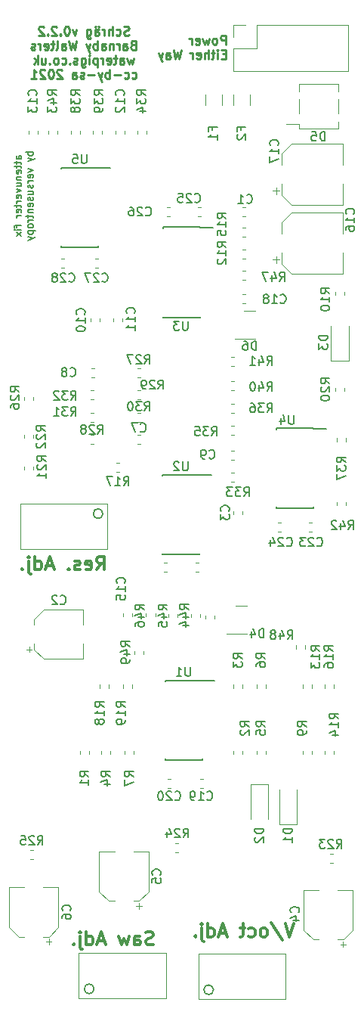
<source format=gbo>
G04 #@! TF.GenerationSoftware,KiCad,Pcbnew,(6.0.0)*
G04 #@! TF.CreationDate,2022-01-27T02:03:32+01:00*
G04 #@! TF.ProjectId,Schraeg,53636872-6165-4672-9e6b-696361645f70,rev?*
G04 #@! TF.SameCoordinates,Original*
G04 #@! TF.FileFunction,Legend,Bot*
G04 #@! TF.FilePolarity,Positive*
%FSLAX46Y46*%
G04 Gerber Fmt 4.6, Leading zero omitted, Abs format (unit mm)*
G04 Created by KiCad (PCBNEW (6.0.0)) date 2022-01-27 02:03:32*
%MOMM*%
%LPD*%
G01*
G04 APERTURE LIST*
%ADD10C,0.200000*%
%ADD11C,0.250000*%
%ADD12C,0.300000*%
%ADD13C,0.150000*%
%ADD14C,0.120000*%
G04 APERTURE END LIST*
D10*
X68238516Y-118100000D02*
G75*
G03*
X68238516Y-118100000I-538516J0D01*
G01*
X54838516Y-118000000D02*
G75*
G03*
X54838516Y-118000000I-538516J0D01*
G01*
X55838516Y-64800000D02*
G75*
G03*
X55838516Y-64800000I-538516J0D01*
G01*
D11*
X58747619Y-11189761D02*
X58604761Y-11237380D01*
X58366666Y-11237380D01*
X58271428Y-11189761D01*
X58223809Y-11142142D01*
X58176190Y-11046904D01*
X58176190Y-10951666D01*
X58223809Y-10856428D01*
X58271428Y-10808809D01*
X58366666Y-10761190D01*
X58557142Y-10713571D01*
X58652380Y-10665952D01*
X58700000Y-10618333D01*
X58747619Y-10523095D01*
X58747619Y-10427857D01*
X58700000Y-10332619D01*
X58652380Y-10285000D01*
X58557142Y-10237380D01*
X58319047Y-10237380D01*
X58176190Y-10285000D01*
X57319047Y-11189761D02*
X57414285Y-11237380D01*
X57604761Y-11237380D01*
X57700000Y-11189761D01*
X57747619Y-11142142D01*
X57795238Y-11046904D01*
X57795238Y-10761190D01*
X57747619Y-10665952D01*
X57700000Y-10618333D01*
X57604761Y-10570714D01*
X57414285Y-10570714D01*
X57319047Y-10618333D01*
X56890476Y-11237380D02*
X56890476Y-10237380D01*
X56461904Y-11237380D02*
X56461904Y-10713571D01*
X56509523Y-10618333D01*
X56604761Y-10570714D01*
X56747619Y-10570714D01*
X56842857Y-10618333D01*
X56890476Y-10665952D01*
X55985714Y-11237380D02*
X55985714Y-10570714D01*
X55985714Y-10761190D02*
X55938095Y-10665952D01*
X55890476Y-10618333D01*
X55795238Y-10570714D01*
X55700000Y-10570714D01*
X54938095Y-11237380D02*
X54938095Y-10713571D01*
X54985714Y-10618333D01*
X55080952Y-10570714D01*
X55271428Y-10570714D01*
X55366666Y-10618333D01*
X54938095Y-11189761D02*
X55033333Y-11237380D01*
X55271428Y-11237380D01*
X55366666Y-11189761D01*
X55414285Y-11094523D01*
X55414285Y-10999285D01*
X55366666Y-10904047D01*
X55271428Y-10856428D01*
X55033333Y-10856428D01*
X54938095Y-10808809D01*
X55366666Y-10237380D02*
X55319047Y-10285000D01*
X55366666Y-10332619D01*
X55414285Y-10285000D01*
X55366666Y-10237380D01*
X55366666Y-10332619D01*
X54985714Y-10237380D02*
X54938095Y-10285000D01*
X54985714Y-10332619D01*
X55033333Y-10285000D01*
X54985714Y-10237380D01*
X54985714Y-10332619D01*
X54033333Y-10570714D02*
X54033333Y-11380238D01*
X54080952Y-11475476D01*
X54128571Y-11523095D01*
X54223809Y-11570714D01*
X54366666Y-11570714D01*
X54461904Y-11523095D01*
X54033333Y-11189761D02*
X54128571Y-11237380D01*
X54319047Y-11237380D01*
X54414285Y-11189761D01*
X54461904Y-11142142D01*
X54509523Y-11046904D01*
X54509523Y-10761190D01*
X54461904Y-10665952D01*
X54414285Y-10618333D01*
X54319047Y-10570714D01*
X54128571Y-10570714D01*
X54033333Y-10618333D01*
X52890476Y-10570714D02*
X52652380Y-11237380D01*
X52414285Y-10570714D01*
X51842857Y-10237380D02*
X51747619Y-10237380D01*
X51652380Y-10285000D01*
X51604761Y-10332619D01*
X51557142Y-10427857D01*
X51509523Y-10618333D01*
X51509523Y-10856428D01*
X51557142Y-11046904D01*
X51604761Y-11142142D01*
X51652380Y-11189761D01*
X51747619Y-11237380D01*
X51842857Y-11237380D01*
X51938095Y-11189761D01*
X51985714Y-11142142D01*
X52033333Y-11046904D01*
X52080952Y-10856428D01*
X52080952Y-10618333D01*
X52033333Y-10427857D01*
X51985714Y-10332619D01*
X51938095Y-10285000D01*
X51842857Y-10237380D01*
X51080952Y-11142142D02*
X51033333Y-11189761D01*
X51080952Y-11237380D01*
X51128571Y-11189761D01*
X51080952Y-11142142D01*
X51080952Y-11237380D01*
X50652380Y-10332619D02*
X50604761Y-10285000D01*
X50509523Y-10237380D01*
X50271428Y-10237380D01*
X50176190Y-10285000D01*
X50128571Y-10332619D01*
X50080952Y-10427857D01*
X50080952Y-10523095D01*
X50128571Y-10665952D01*
X50700000Y-11237380D01*
X50080952Y-11237380D01*
X49652380Y-11142142D02*
X49604761Y-11189761D01*
X49652380Y-11237380D01*
X49700000Y-11189761D01*
X49652380Y-11142142D01*
X49652380Y-11237380D01*
X49223809Y-10332619D02*
X49176190Y-10285000D01*
X49080952Y-10237380D01*
X48842857Y-10237380D01*
X48747619Y-10285000D01*
X48700000Y-10332619D01*
X48652380Y-10427857D01*
X48652380Y-10523095D01*
X48700000Y-10665952D01*
X49271428Y-11237380D01*
X48652380Y-11237380D01*
X59223809Y-12323571D02*
X59080952Y-12371190D01*
X59033333Y-12418809D01*
X58985714Y-12514047D01*
X58985714Y-12656904D01*
X59033333Y-12752142D01*
X59080952Y-12799761D01*
X59176190Y-12847380D01*
X59557142Y-12847380D01*
X59557142Y-11847380D01*
X59223809Y-11847380D01*
X59128571Y-11895000D01*
X59080952Y-11942619D01*
X59033333Y-12037857D01*
X59033333Y-12133095D01*
X59080952Y-12228333D01*
X59128571Y-12275952D01*
X59223809Y-12323571D01*
X59557142Y-12323571D01*
X58128571Y-12847380D02*
X58128571Y-12323571D01*
X58176190Y-12228333D01*
X58271428Y-12180714D01*
X58461904Y-12180714D01*
X58557142Y-12228333D01*
X58128571Y-12799761D02*
X58223809Y-12847380D01*
X58461904Y-12847380D01*
X58557142Y-12799761D01*
X58604761Y-12704523D01*
X58604761Y-12609285D01*
X58557142Y-12514047D01*
X58461904Y-12466428D01*
X58223809Y-12466428D01*
X58128571Y-12418809D01*
X57652380Y-12847380D02*
X57652380Y-12180714D01*
X57652380Y-12371190D02*
X57604761Y-12275952D01*
X57557142Y-12228333D01*
X57461904Y-12180714D01*
X57366666Y-12180714D01*
X57033333Y-12180714D02*
X57033333Y-12847380D01*
X57033333Y-12275952D02*
X56985714Y-12228333D01*
X56890476Y-12180714D01*
X56747619Y-12180714D01*
X56652380Y-12228333D01*
X56604761Y-12323571D01*
X56604761Y-12847380D01*
X55700000Y-12847380D02*
X55700000Y-12323571D01*
X55747619Y-12228333D01*
X55842857Y-12180714D01*
X56033333Y-12180714D01*
X56128571Y-12228333D01*
X55700000Y-12799761D02*
X55795238Y-12847380D01*
X56033333Y-12847380D01*
X56128571Y-12799761D01*
X56176190Y-12704523D01*
X56176190Y-12609285D01*
X56128571Y-12514047D01*
X56033333Y-12466428D01*
X55795238Y-12466428D01*
X55700000Y-12418809D01*
X55223809Y-12847380D02*
X55223809Y-11847380D01*
X55223809Y-12228333D02*
X55128571Y-12180714D01*
X54938095Y-12180714D01*
X54842857Y-12228333D01*
X54795238Y-12275952D01*
X54747619Y-12371190D01*
X54747619Y-12656904D01*
X54795238Y-12752142D01*
X54842857Y-12799761D01*
X54938095Y-12847380D01*
X55128571Y-12847380D01*
X55223809Y-12799761D01*
X54414285Y-12180714D02*
X54176190Y-12847380D01*
X53938095Y-12180714D02*
X54176190Y-12847380D01*
X54271428Y-13085476D01*
X54319047Y-13133095D01*
X54414285Y-13180714D01*
X52890476Y-11847380D02*
X52652380Y-12847380D01*
X52461904Y-12133095D01*
X52271428Y-12847380D01*
X52033333Y-11847380D01*
X51223809Y-12847380D02*
X51223809Y-12323571D01*
X51271428Y-12228333D01*
X51366666Y-12180714D01*
X51557142Y-12180714D01*
X51652380Y-12228333D01*
X51223809Y-12799761D02*
X51319047Y-12847380D01*
X51557142Y-12847380D01*
X51652380Y-12799761D01*
X51700000Y-12704523D01*
X51700000Y-12609285D01*
X51652380Y-12514047D01*
X51557142Y-12466428D01*
X51319047Y-12466428D01*
X51223809Y-12418809D01*
X50604761Y-12847380D02*
X50700000Y-12799761D01*
X50747619Y-12704523D01*
X50747619Y-11847380D01*
X50366666Y-12180714D02*
X49985714Y-12180714D01*
X50223809Y-11847380D02*
X50223809Y-12704523D01*
X50176190Y-12799761D01*
X50080952Y-12847380D01*
X49985714Y-12847380D01*
X49271428Y-12799761D02*
X49366666Y-12847380D01*
X49557142Y-12847380D01*
X49652380Y-12799761D01*
X49700000Y-12704523D01*
X49700000Y-12323571D01*
X49652380Y-12228333D01*
X49557142Y-12180714D01*
X49366666Y-12180714D01*
X49271428Y-12228333D01*
X49223809Y-12323571D01*
X49223809Y-12418809D01*
X49700000Y-12514047D01*
X48795238Y-12847380D02*
X48795238Y-12180714D01*
X48795238Y-12371190D02*
X48747619Y-12275952D01*
X48700000Y-12228333D01*
X48604761Y-12180714D01*
X48509523Y-12180714D01*
X48223809Y-12799761D02*
X48128571Y-12847380D01*
X47938095Y-12847380D01*
X47842857Y-12799761D01*
X47795238Y-12704523D01*
X47795238Y-12656904D01*
X47842857Y-12561666D01*
X47938095Y-12514047D01*
X48080952Y-12514047D01*
X48176190Y-12466428D01*
X48223809Y-12371190D01*
X48223809Y-12323571D01*
X48176190Y-12228333D01*
X48080952Y-12180714D01*
X47938095Y-12180714D01*
X47842857Y-12228333D01*
X59319047Y-13790714D02*
X59128571Y-14457380D01*
X58938095Y-13981190D01*
X58747619Y-14457380D01*
X58557142Y-13790714D01*
X57747619Y-14457380D02*
X57747619Y-13933571D01*
X57795238Y-13838333D01*
X57890476Y-13790714D01*
X58080952Y-13790714D01*
X58176190Y-13838333D01*
X57747619Y-14409761D02*
X57842857Y-14457380D01*
X58080952Y-14457380D01*
X58176190Y-14409761D01*
X58223809Y-14314523D01*
X58223809Y-14219285D01*
X58176190Y-14124047D01*
X58080952Y-14076428D01*
X57842857Y-14076428D01*
X57747619Y-14028809D01*
X57414285Y-13790714D02*
X57033333Y-13790714D01*
X57271428Y-13457380D02*
X57271428Y-14314523D01*
X57223809Y-14409761D01*
X57128571Y-14457380D01*
X57033333Y-14457380D01*
X56319047Y-14409761D02*
X56414285Y-14457380D01*
X56604761Y-14457380D01*
X56700000Y-14409761D01*
X56747619Y-14314523D01*
X56747619Y-13933571D01*
X56700000Y-13838333D01*
X56604761Y-13790714D01*
X56414285Y-13790714D01*
X56319047Y-13838333D01*
X56271428Y-13933571D01*
X56271428Y-14028809D01*
X56747619Y-14124047D01*
X55842857Y-14457380D02*
X55842857Y-13790714D01*
X55842857Y-13981190D02*
X55795238Y-13885952D01*
X55747619Y-13838333D01*
X55652380Y-13790714D01*
X55557142Y-13790714D01*
X55223809Y-13790714D02*
X55223809Y-14790714D01*
X55223809Y-13838333D02*
X55128571Y-13790714D01*
X54938095Y-13790714D01*
X54842857Y-13838333D01*
X54795238Y-13885952D01*
X54747619Y-13981190D01*
X54747619Y-14266904D01*
X54795238Y-14362142D01*
X54842857Y-14409761D01*
X54938095Y-14457380D01*
X55128571Y-14457380D01*
X55223809Y-14409761D01*
X54319047Y-14457380D02*
X54319047Y-13790714D01*
X54319047Y-13457380D02*
X54366666Y-13505000D01*
X54319047Y-13552619D01*
X54271428Y-13505000D01*
X54319047Y-13457380D01*
X54319047Y-13552619D01*
X53414285Y-13790714D02*
X53414285Y-14600238D01*
X53461904Y-14695476D01*
X53509523Y-14743095D01*
X53604761Y-14790714D01*
X53747619Y-14790714D01*
X53842857Y-14743095D01*
X53414285Y-14409761D02*
X53509523Y-14457380D01*
X53700000Y-14457380D01*
X53795238Y-14409761D01*
X53842857Y-14362142D01*
X53890476Y-14266904D01*
X53890476Y-13981190D01*
X53842857Y-13885952D01*
X53795238Y-13838333D01*
X53700000Y-13790714D01*
X53509523Y-13790714D01*
X53414285Y-13838333D01*
X52985714Y-14409761D02*
X52890476Y-14457380D01*
X52700000Y-14457380D01*
X52604761Y-14409761D01*
X52557142Y-14314523D01*
X52557142Y-14266904D01*
X52604761Y-14171666D01*
X52700000Y-14124047D01*
X52842857Y-14124047D01*
X52938095Y-14076428D01*
X52985714Y-13981190D01*
X52985714Y-13933571D01*
X52938095Y-13838333D01*
X52842857Y-13790714D01*
X52700000Y-13790714D01*
X52604761Y-13838333D01*
X52128571Y-14362142D02*
X52080952Y-14409761D01*
X52128571Y-14457380D01*
X52176190Y-14409761D01*
X52128571Y-14362142D01*
X52128571Y-14457380D01*
X51223809Y-14409761D02*
X51319047Y-14457380D01*
X51509523Y-14457380D01*
X51604761Y-14409761D01*
X51652380Y-14362142D01*
X51700000Y-14266904D01*
X51700000Y-13981190D01*
X51652380Y-13885952D01*
X51604761Y-13838333D01*
X51509523Y-13790714D01*
X51319047Y-13790714D01*
X51223809Y-13838333D01*
X50652380Y-14457380D02*
X50747619Y-14409761D01*
X50795238Y-14362142D01*
X50842857Y-14266904D01*
X50842857Y-13981190D01*
X50795238Y-13885952D01*
X50747619Y-13838333D01*
X50652380Y-13790714D01*
X50509523Y-13790714D01*
X50414285Y-13838333D01*
X50366666Y-13885952D01*
X50319047Y-13981190D01*
X50319047Y-14266904D01*
X50366666Y-14362142D01*
X50414285Y-14409761D01*
X50509523Y-14457380D01*
X50652380Y-14457380D01*
X49890476Y-14362142D02*
X49842857Y-14409761D01*
X49890476Y-14457380D01*
X49938095Y-14409761D01*
X49890476Y-14362142D01*
X49890476Y-14457380D01*
X48985714Y-13790714D02*
X48985714Y-14457380D01*
X49414285Y-13790714D02*
X49414285Y-14314523D01*
X49366666Y-14409761D01*
X49271428Y-14457380D01*
X49128571Y-14457380D01*
X49033333Y-14409761D01*
X48985714Y-14362142D01*
X48509523Y-14457380D02*
X48509523Y-13457380D01*
X48414285Y-14076428D02*
X48128571Y-14457380D01*
X48128571Y-13790714D02*
X48509523Y-14171666D01*
X59104761Y-16019761D02*
X59200000Y-16067380D01*
X59390476Y-16067380D01*
X59485714Y-16019761D01*
X59533333Y-15972142D01*
X59580952Y-15876904D01*
X59580952Y-15591190D01*
X59533333Y-15495952D01*
X59485714Y-15448333D01*
X59390476Y-15400714D01*
X59200000Y-15400714D01*
X59104761Y-15448333D01*
X58247619Y-16019761D02*
X58342857Y-16067380D01*
X58533333Y-16067380D01*
X58628571Y-16019761D01*
X58676190Y-15972142D01*
X58723809Y-15876904D01*
X58723809Y-15591190D01*
X58676190Y-15495952D01*
X58628571Y-15448333D01*
X58533333Y-15400714D01*
X58342857Y-15400714D01*
X58247619Y-15448333D01*
X57819047Y-15686428D02*
X57057142Y-15686428D01*
X56580952Y-16067380D02*
X56580952Y-15067380D01*
X56580952Y-15448333D02*
X56485714Y-15400714D01*
X56295238Y-15400714D01*
X56200000Y-15448333D01*
X56152380Y-15495952D01*
X56104761Y-15591190D01*
X56104761Y-15876904D01*
X56152380Y-15972142D01*
X56200000Y-16019761D01*
X56295238Y-16067380D01*
X56485714Y-16067380D01*
X56580952Y-16019761D01*
X55771428Y-15400714D02*
X55533333Y-16067380D01*
X55295238Y-15400714D02*
X55533333Y-16067380D01*
X55628571Y-16305476D01*
X55676190Y-16353095D01*
X55771428Y-16400714D01*
X54914285Y-15686428D02*
X54152380Y-15686428D01*
X53723809Y-16019761D02*
X53628571Y-16067380D01*
X53438095Y-16067380D01*
X53342857Y-16019761D01*
X53295238Y-15924523D01*
X53295238Y-15876904D01*
X53342857Y-15781666D01*
X53438095Y-15734047D01*
X53580952Y-15734047D01*
X53676190Y-15686428D01*
X53723809Y-15591190D01*
X53723809Y-15543571D01*
X53676190Y-15448333D01*
X53580952Y-15400714D01*
X53438095Y-15400714D01*
X53342857Y-15448333D01*
X52438095Y-16067380D02*
X52438095Y-15543571D01*
X52485714Y-15448333D01*
X52580952Y-15400714D01*
X52771428Y-15400714D01*
X52866666Y-15448333D01*
X52438095Y-16019761D02*
X52533333Y-16067380D01*
X52771428Y-16067380D01*
X52866666Y-16019761D01*
X52914285Y-15924523D01*
X52914285Y-15829285D01*
X52866666Y-15734047D01*
X52771428Y-15686428D01*
X52533333Y-15686428D01*
X52438095Y-15638809D01*
X51247619Y-15162619D02*
X51200000Y-15115000D01*
X51104761Y-15067380D01*
X50866666Y-15067380D01*
X50771428Y-15115000D01*
X50723809Y-15162619D01*
X50676190Y-15257857D01*
X50676190Y-15353095D01*
X50723809Y-15495952D01*
X51295238Y-16067380D01*
X50676190Y-16067380D01*
X50057142Y-15067380D02*
X49961904Y-15067380D01*
X49866666Y-15115000D01*
X49819047Y-15162619D01*
X49771428Y-15257857D01*
X49723809Y-15448333D01*
X49723809Y-15686428D01*
X49771428Y-15876904D01*
X49819047Y-15972142D01*
X49866666Y-16019761D01*
X49961904Y-16067380D01*
X50057142Y-16067380D01*
X50152380Y-16019761D01*
X50200000Y-15972142D01*
X50247619Y-15876904D01*
X50295238Y-15686428D01*
X50295238Y-15448333D01*
X50247619Y-15257857D01*
X50200000Y-15162619D01*
X50152380Y-15115000D01*
X50057142Y-15067380D01*
X49342857Y-15162619D02*
X49295238Y-15115000D01*
X49200000Y-15067380D01*
X48961904Y-15067380D01*
X48866666Y-15115000D01*
X48819047Y-15162619D01*
X48771428Y-15257857D01*
X48771428Y-15353095D01*
X48819047Y-15495952D01*
X49390476Y-16067380D01*
X48771428Y-16067380D01*
X47819047Y-16067380D02*
X48390476Y-16067380D01*
X48104761Y-16067380D02*
X48104761Y-15067380D01*
X48200000Y-15210238D01*
X48295238Y-15305476D01*
X48390476Y-15353095D01*
D12*
X77270857Y-110684571D02*
X76770857Y-112184571D01*
X76270857Y-110684571D01*
X74699428Y-110613142D02*
X75985142Y-112541714D01*
X73985142Y-112184571D02*
X74128000Y-112113142D01*
X74199428Y-112041714D01*
X74270857Y-111898857D01*
X74270857Y-111470285D01*
X74199428Y-111327428D01*
X74128000Y-111256000D01*
X73985142Y-111184571D01*
X73770857Y-111184571D01*
X73628000Y-111256000D01*
X73556571Y-111327428D01*
X73485142Y-111470285D01*
X73485142Y-111898857D01*
X73556571Y-112041714D01*
X73628000Y-112113142D01*
X73770857Y-112184571D01*
X73985142Y-112184571D01*
X72199428Y-112113142D02*
X72342285Y-112184571D01*
X72628000Y-112184571D01*
X72770857Y-112113142D01*
X72842285Y-112041714D01*
X72913714Y-111898857D01*
X72913714Y-111470285D01*
X72842285Y-111327428D01*
X72770857Y-111256000D01*
X72628000Y-111184571D01*
X72342285Y-111184571D01*
X72199428Y-111256000D01*
X71770857Y-111184571D02*
X71199428Y-111184571D01*
X71556571Y-110684571D02*
X71556571Y-111970285D01*
X71485142Y-112113142D01*
X71342285Y-112184571D01*
X71199428Y-112184571D01*
X69628000Y-111756000D02*
X68913714Y-111756000D01*
X69770857Y-112184571D02*
X69270857Y-110684571D01*
X68770857Y-112184571D01*
X67628000Y-112184571D02*
X67628000Y-110684571D01*
X67628000Y-112113142D02*
X67770857Y-112184571D01*
X68056571Y-112184571D01*
X68199428Y-112113142D01*
X68270857Y-112041714D01*
X68342285Y-111898857D01*
X68342285Y-111470285D01*
X68270857Y-111327428D01*
X68199428Y-111256000D01*
X68056571Y-111184571D01*
X67770857Y-111184571D01*
X67628000Y-111256000D01*
X66913714Y-111184571D02*
X66913714Y-112470285D01*
X66985142Y-112613142D01*
X67128000Y-112684571D01*
X67199428Y-112684571D01*
X66913714Y-110684571D02*
X66985142Y-110756000D01*
X66913714Y-110827428D01*
X66842285Y-110756000D01*
X66913714Y-110684571D01*
X66913714Y-110827428D01*
X66199428Y-112041714D02*
X66128000Y-112113142D01*
X66199428Y-112184571D01*
X66270857Y-112113142D01*
X66199428Y-112041714D01*
X66199428Y-112184571D01*
X55150000Y-71078571D02*
X55650000Y-70364285D01*
X56007142Y-71078571D02*
X56007142Y-69578571D01*
X55435714Y-69578571D01*
X55292857Y-69650000D01*
X55221428Y-69721428D01*
X55150000Y-69864285D01*
X55150000Y-70078571D01*
X55221428Y-70221428D01*
X55292857Y-70292857D01*
X55435714Y-70364285D01*
X56007142Y-70364285D01*
X53935714Y-71007142D02*
X54078571Y-71078571D01*
X54364285Y-71078571D01*
X54507142Y-71007142D01*
X54578571Y-70864285D01*
X54578571Y-70292857D01*
X54507142Y-70150000D01*
X54364285Y-70078571D01*
X54078571Y-70078571D01*
X53935714Y-70150000D01*
X53864285Y-70292857D01*
X53864285Y-70435714D01*
X54578571Y-70578571D01*
X53292857Y-71007142D02*
X53150000Y-71078571D01*
X52864285Y-71078571D01*
X52721428Y-71007142D01*
X52650000Y-70864285D01*
X52650000Y-70792857D01*
X52721428Y-70650000D01*
X52864285Y-70578571D01*
X53078571Y-70578571D01*
X53221428Y-70507142D01*
X53292857Y-70364285D01*
X53292857Y-70292857D01*
X53221428Y-70150000D01*
X53078571Y-70078571D01*
X52864285Y-70078571D01*
X52721428Y-70150000D01*
X52007142Y-70935714D02*
X51935714Y-71007142D01*
X52007142Y-71078571D01*
X52078571Y-71007142D01*
X52007142Y-70935714D01*
X52007142Y-71078571D01*
X50221428Y-70650000D02*
X49507142Y-70650000D01*
X50364285Y-71078571D02*
X49864285Y-69578571D01*
X49364285Y-71078571D01*
X48221428Y-71078571D02*
X48221428Y-69578571D01*
X48221428Y-71007142D02*
X48364285Y-71078571D01*
X48650000Y-71078571D01*
X48792857Y-71007142D01*
X48864285Y-70935714D01*
X48935714Y-70792857D01*
X48935714Y-70364285D01*
X48864285Y-70221428D01*
X48792857Y-70150000D01*
X48650000Y-70078571D01*
X48364285Y-70078571D01*
X48221428Y-70150000D01*
X47507142Y-70078571D02*
X47507142Y-71364285D01*
X47578571Y-71507142D01*
X47721428Y-71578571D01*
X47792857Y-71578571D01*
X47507142Y-69578571D02*
X47578571Y-69650000D01*
X47507142Y-69721428D01*
X47435714Y-69650000D01*
X47507142Y-69578571D01*
X47507142Y-69721428D01*
X46792857Y-70935714D02*
X46721428Y-71007142D01*
X46792857Y-71078571D01*
X46864285Y-71007142D01*
X46792857Y-70935714D01*
X46792857Y-71078571D01*
X61500000Y-113007142D02*
X61285714Y-113078571D01*
X60928571Y-113078571D01*
X60785714Y-113007142D01*
X60714285Y-112935714D01*
X60642857Y-112792857D01*
X60642857Y-112650000D01*
X60714285Y-112507142D01*
X60785714Y-112435714D01*
X60928571Y-112364285D01*
X61214285Y-112292857D01*
X61357142Y-112221428D01*
X61428571Y-112150000D01*
X61500000Y-112007142D01*
X61500000Y-111864285D01*
X61428571Y-111721428D01*
X61357142Y-111650000D01*
X61214285Y-111578571D01*
X60857142Y-111578571D01*
X60642857Y-111650000D01*
X59357142Y-113078571D02*
X59357142Y-112292857D01*
X59428571Y-112150000D01*
X59571428Y-112078571D01*
X59857142Y-112078571D01*
X60000000Y-112150000D01*
X59357142Y-113007142D02*
X59500000Y-113078571D01*
X59857142Y-113078571D01*
X60000000Y-113007142D01*
X60071428Y-112864285D01*
X60071428Y-112721428D01*
X60000000Y-112578571D01*
X59857142Y-112507142D01*
X59500000Y-112507142D01*
X59357142Y-112435714D01*
X58785714Y-112078571D02*
X58500000Y-113078571D01*
X58214285Y-112364285D01*
X57928571Y-113078571D01*
X57642857Y-112078571D01*
X56000000Y-112650000D02*
X55285714Y-112650000D01*
X56142857Y-113078571D02*
X55642857Y-111578571D01*
X55142857Y-113078571D01*
X54000000Y-113078571D02*
X54000000Y-111578571D01*
X54000000Y-113007142D02*
X54142857Y-113078571D01*
X54428571Y-113078571D01*
X54571428Y-113007142D01*
X54642857Y-112935714D01*
X54714285Y-112792857D01*
X54714285Y-112364285D01*
X54642857Y-112221428D01*
X54571428Y-112150000D01*
X54428571Y-112078571D01*
X54142857Y-112078571D01*
X54000000Y-112150000D01*
X53285714Y-112078571D02*
X53285714Y-113364285D01*
X53357142Y-113507142D01*
X53500000Y-113578571D01*
X53571428Y-113578571D01*
X53285714Y-111578571D02*
X53357142Y-111650000D01*
X53285714Y-111721428D01*
X53214285Y-111650000D01*
X53285714Y-111578571D01*
X53285714Y-111721428D01*
X52571428Y-112935714D02*
X52500000Y-113007142D01*
X52571428Y-113078571D01*
X52642857Y-113007142D01*
X52571428Y-112935714D01*
X52571428Y-113078571D01*
D10*
X46707904Y-25095714D02*
X46288857Y-25095714D01*
X46212666Y-25057619D01*
X46174571Y-24981428D01*
X46174571Y-24829047D01*
X46212666Y-24752857D01*
X46669809Y-25095714D02*
X46707904Y-25019523D01*
X46707904Y-24829047D01*
X46669809Y-24752857D01*
X46593619Y-24714761D01*
X46517428Y-24714761D01*
X46441238Y-24752857D01*
X46403142Y-24829047D01*
X46403142Y-25019523D01*
X46365047Y-25095714D01*
X46174571Y-25362380D02*
X46174571Y-25667142D01*
X45907904Y-25476666D02*
X46593619Y-25476666D01*
X46669809Y-25514761D01*
X46707904Y-25590952D01*
X46707904Y-25667142D01*
X46174571Y-25819523D02*
X46174571Y-26124285D01*
X45907904Y-25933809D02*
X46593619Y-25933809D01*
X46669809Y-25971904D01*
X46707904Y-26048095D01*
X46707904Y-26124285D01*
X46669809Y-26695714D02*
X46707904Y-26619523D01*
X46707904Y-26467142D01*
X46669809Y-26390952D01*
X46593619Y-26352857D01*
X46288857Y-26352857D01*
X46212666Y-26390952D01*
X46174571Y-26467142D01*
X46174571Y-26619523D01*
X46212666Y-26695714D01*
X46288857Y-26733809D01*
X46365047Y-26733809D01*
X46441238Y-26352857D01*
X46174571Y-27076666D02*
X46707904Y-27076666D01*
X46250761Y-27076666D02*
X46212666Y-27114761D01*
X46174571Y-27190952D01*
X46174571Y-27305238D01*
X46212666Y-27381428D01*
X46288857Y-27419523D01*
X46707904Y-27419523D01*
X46174571Y-28143333D02*
X46707904Y-28143333D01*
X46174571Y-27800476D02*
X46593619Y-27800476D01*
X46669809Y-27838571D01*
X46707904Y-27914761D01*
X46707904Y-28029047D01*
X46669809Y-28105238D01*
X46631714Y-28143333D01*
X46174571Y-28448095D02*
X46707904Y-28638571D01*
X46174571Y-28829047D01*
X46669809Y-29438571D02*
X46707904Y-29362380D01*
X46707904Y-29210000D01*
X46669809Y-29133809D01*
X46593619Y-29095714D01*
X46288857Y-29095714D01*
X46212666Y-29133809D01*
X46174571Y-29210000D01*
X46174571Y-29362380D01*
X46212666Y-29438571D01*
X46288857Y-29476666D01*
X46365047Y-29476666D01*
X46441238Y-29095714D01*
X46707904Y-29819523D02*
X46174571Y-29819523D01*
X46326952Y-29819523D02*
X46250761Y-29857619D01*
X46212666Y-29895714D01*
X46174571Y-29971904D01*
X46174571Y-30048095D01*
X46174571Y-30200476D02*
X46174571Y-30505238D01*
X45907904Y-30314761D02*
X46593619Y-30314761D01*
X46669809Y-30352857D01*
X46707904Y-30429047D01*
X46707904Y-30505238D01*
X46669809Y-31076666D02*
X46707904Y-31000476D01*
X46707904Y-30848095D01*
X46669809Y-30771904D01*
X46593619Y-30733809D01*
X46288857Y-30733809D01*
X46212666Y-30771904D01*
X46174571Y-30848095D01*
X46174571Y-31000476D01*
X46212666Y-31076666D01*
X46288857Y-31114761D01*
X46365047Y-31114761D01*
X46441238Y-30733809D01*
X46707904Y-31457619D02*
X46174571Y-31457619D01*
X46326952Y-31457619D02*
X46250761Y-31495714D01*
X46212666Y-31533809D01*
X46174571Y-31610000D01*
X46174571Y-31686190D01*
X46174571Y-32448095D02*
X46174571Y-32752857D01*
X46707904Y-32562380D02*
X46022190Y-32562380D01*
X45946000Y-32600476D01*
X45907904Y-32676666D01*
X45907904Y-32752857D01*
X46707904Y-33019523D02*
X46174571Y-33019523D01*
X45907904Y-33019523D02*
X45946000Y-32981428D01*
X45984095Y-33019523D01*
X45946000Y-33057619D01*
X45907904Y-33019523D01*
X45984095Y-33019523D01*
X46707904Y-33324285D02*
X46174571Y-33743333D01*
X46174571Y-33324285D02*
X46707904Y-33743333D01*
X47995904Y-24314761D02*
X47195904Y-24314761D01*
X47500666Y-24314761D02*
X47462571Y-24390952D01*
X47462571Y-24543333D01*
X47500666Y-24619523D01*
X47538761Y-24657619D01*
X47614952Y-24695714D01*
X47843523Y-24695714D01*
X47919714Y-24657619D01*
X47957809Y-24619523D01*
X47995904Y-24543333D01*
X47995904Y-24390952D01*
X47957809Y-24314761D01*
X47462571Y-24962380D02*
X47995904Y-25152857D01*
X47462571Y-25343333D02*
X47995904Y-25152857D01*
X48186380Y-25076666D01*
X48224476Y-25038571D01*
X48262571Y-24962380D01*
X47462571Y-26181428D02*
X47995904Y-26371904D01*
X47462571Y-26562380D01*
X47957809Y-27171904D02*
X47995904Y-27095714D01*
X47995904Y-26943333D01*
X47957809Y-26867142D01*
X47881619Y-26829047D01*
X47576857Y-26829047D01*
X47500666Y-26867142D01*
X47462571Y-26943333D01*
X47462571Y-27095714D01*
X47500666Y-27171904D01*
X47576857Y-27210000D01*
X47653047Y-27210000D01*
X47729238Y-26829047D01*
X47995904Y-27552857D02*
X47462571Y-27552857D01*
X47614952Y-27552857D02*
X47538761Y-27590952D01*
X47500666Y-27629047D01*
X47462571Y-27705238D01*
X47462571Y-27781428D01*
X47957809Y-28010000D02*
X47995904Y-28086190D01*
X47995904Y-28238571D01*
X47957809Y-28314761D01*
X47881619Y-28352857D01*
X47843523Y-28352857D01*
X47767333Y-28314761D01*
X47729238Y-28238571D01*
X47729238Y-28124285D01*
X47691142Y-28048095D01*
X47614952Y-28010000D01*
X47576857Y-28010000D01*
X47500666Y-28048095D01*
X47462571Y-28124285D01*
X47462571Y-28238571D01*
X47500666Y-28314761D01*
X47462571Y-29038571D02*
X47995904Y-29038571D01*
X47462571Y-28695714D02*
X47881619Y-28695714D01*
X47957809Y-28733809D01*
X47995904Y-28810000D01*
X47995904Y-28924285D01*
X47957809Y-29000476D01*
X47919714Y-29038571D01*
X47957809Y-29381428D02*
X47995904Y-29457619D01*
X47995904Y-29610000D01*
X47957809Y-29686190D01*
X47881619Y-29724285D01*
X47843523Y-29724285D01*
X47767333Y-29686190D01*
X47729238Y-29610000D01*
X47729238Y-29495714D01*
X47691142Y-29419523D01*
X47614952Y-29381428D01*
X47576857Y-29381428D01*
X47500666Y-29419523D01*
X47462571Y-29495714D01*
X47462571Y-29610000D01*
X47500666Y-29686190D01*
X47957809Y-30371904D02*
X47995904Y-30295714D01*
X47995904Y-30143333D01*
X47957809Y-30067142D01*
X47881619Y-30029047D01*
X47576857Y-30029047D01*
X47500666Y-30067142D01*
X47462571Y-30143333D01*
X47462571Y-30295714D01*
X47500666Y-30371904D01*
X47576857Y-30410000D01*
X47653047Y-30410000D01*
X47729238Y-30029047D01*
X47462571Y-30752857D02*
X47995904Y-30752857D01*
X47538761Y-30752857D02*
X47500666Y-30790952D01*
X47462571Y-30867142D01*
X47462571Y-30981428D01*
X47500666Y-31057619D01*
X47576857Y-31095714D01*
X47995904Y-31095714D01*
X47462571Y-31362380D02*
X47462571Y-31667142D01*
X47195904Y-31476666D02*
X47881619Y-31476666D01*
X47957809Y-31514761D01*
X47995904Y-31590952D01*
X47995904Y-31667142D01*
X47995904Y-31933809D02*
X47462571Y-31933809D01*
X47614952Y-31933809D02*
X47538761Y-31971904D01*
X47500666Y-32010000D01*
X47462571Y-32086190D01*
X47462571Y-32162380D01*
X47995904Y-32543333D02*
X47957809Y-32467142D01*
X47919714Y-32429047D01*
X47843523Y-32390952D01*
X47614952Y-32390952D01*
X47538761Y-32429047D01*
X47500666Y-32467142D01*
X47462571Y-32543333D01*
X47462571Y-32657619D01*
X47500666Y-32733809D01*
X47538761Y-32771904D01*
X47614952Y-32810000D01*
X47843523Y-32810000D01*
X47919714Y-32771904D01*
X47957809Y-32733809D01*
X47995904Y-32657619D01*
X47995904Y-32543333D01*
X47462571Y-33152857D02*
X48262571Y-33152857D01*
X47500666Y-33152857D02*
X47462571Y-33229047D01*
X47462571Y-33381428D01*
X47500666Y-33457619D01*
X47538761Y-33495714D01*
X47614952Y-33533809D01*
X47843523Y-33533809D01*
X47919714Y-33495714D01*
X47957809Y-33457619D01*
X47995904Y-33381428D01*
X47995904Y-33229047D01*
X47957809Y-33152857D01*
X47462571Y-33800476D02*
X47995904Y-33990952D01*
X47462571Y-34181428D02*
X47995904Y-33990952D01*
X48186380Y-33914761D01*
X48224476Y-33876666D01*
X48262571Y-33800476D01*
D11*
X69599404Y-12247380D02*
X69599404Y-11247380D01*
X69218452Y-11247380D01*
X69123214Y-11295000D01*
X69075595Y-11342619D01*
X69027976Y-11437857D01*
X69027976Y-11580714D01*
X69075595Y-11675952D01*
X69123214Y-11723571D01*
X69218452Y-11771190D01*
X69599404Y-11771190D01*
X68456547Y-12247380D02*
X68551785Y-12199761D01*
X68599404Y-12152142D01*
X68647023Y-12056904D01*
X68647023Y-11771190D01*
X68599404Y-11675952D01*
X68551785Y-11628333D01*
X68456547Y-11580714D01*
X68313690Y-11580714D01*
X68218452Y-11628333D01*
X68170833Y-11675952D01*
X68123214Y-11771190D01*
X68123214Y-12056904D01*
X68170833Y-12152142D01*
X68218452Y-12199761D01*
X68313690Y-12247380D01*
X68456547Y-12247380D01*
X67789880Y-11580714D02*
X67599404Y-12247380D01*
X67408928Y-11771190D01*
X67218452Y-12247380D01*
X67027976Y-11580714D01*
X66266071Y-12199761D02*
X66361309Y-12247380D01*
X66551785Y-12247380D01*
X66647023Y-12199761D01*
X66694642Y-12104523D01*
X66694642Y-11723571D01*
X66647023Y-11628333D01*
X66551785Y-11580714D01*
X66361309Y-11580714D01*
X66266071Y-11628333D01*
X66218452Y-11723571D01*
X66218452Y-11818809D01*
X66694642Y-11914047D01*
X65789880Y-12247380D02*
X65789880Y-11580714D01*
X65789880Y-11771190D02*
X65742261Y-11675952D01*
X65694642Y-11628333D01*
X65599404Y-11580714D01*
X65504166Y-11580714D01*
X69599404Y-13333571D02*
X69266071Y-13333571D01*
X69123214Y-13857380D02*
X69599404Y-13857380D01*
X69599404Y-12857380D01*
X69123214Y-12857380D01*
X68694642Y-13857380D02*
X68694642Y-13190714D01*
X68694642Y-12857380D02*
X68742261Y-12905000D01*
X68694642Y-12952619D01*
X68647023Y-12905000D01*
X68694642Y-12857380D01*
X68694642Y-12952619D01*
X68361309Y-13190714D02*
X67980357Y-13190714D01*
X68218452Y-12857380D02*
X68218452Y-13714523D01*
X68170833Y-13809761D01*
X68075595Y-13857380D01*
X67980357Y-13857380D01*
X67647023Y-13857380D02*
X67647023Y-12857380D01*
X67218452Y-13857380D02*
X67218452Y-13333571D01*
X67266071Y-13238333D01*
X67361309Y-13190714D01*
X67504166Y-13190714D01*
X67599404Y-13238333D01*
X67647023Y-13285952D01*
X66361309Y-13809761D02*
X66456547Y-13857380D01*
X66647023Y-13857380D01*
X66742261Y-13809761D01*
X66789880Y-13714523D01*
X66789880Y-13333571D01*
X66742261Y-13238333D01*
X66647023Y-13190714D01*
X66456547Y-13190714D01*
X66361309Y-13238333D01*
X66313690Y-13333571D01*
X66313690Y-13428809D01*
X66789880Y-13524047D01*
X65885119Y-13857380D02*
X65885119Y-13190714D01*
X65885119Y-13381190D02*
X65837500Y-13285952D01*
X65789880Y-13238333D01*
X65694642Y-13190714D01*
X65599404Y-13190714D01*
X64599404Y-12857380D02*
X64361309Y-13857380D01*
X64170833Y-13143095D01*
X63980357Y-13857380D01*
X63742261Y-12857380D01*
X62932738Y-13857380D02*
X62932738Y-13333571D01*
X62980357Y-13238333D01*
X63075595Y-13190714D01*
X63266071Y-13190714D01*
X63361309Y-13238333D01*
X62932738Y-13809761D02*
X63027976Y-13857380D01*
X63266071Y-13857380D01*
X63361309Y-13809761D01*
X63408928Y-13714523D01*
X63408928Y-13619285D01*
X63361309Y-13524047D01*
X63266071Y-13476428D01*
X63027976Y-13476428D01*
X62932738Y-13428809D01*
X62551785Y-13190714D02*
X62313690Y-13857380D01*
X62075595Y-13190714D02*
X62313690Y-13857380D01*
X62408928Y-14095476D01*
X62456547Y-14143095D01*
X62551785Y-14190714D01*
D13*
X71642857Y-62852380D02*
X71976190Y-62376190D01*
X72214285Y-62852380D02*
X72214285Y-61852380D01*
X71833333Y-61852380D01*
X71738095Y-61900000D01*
X71690476Y-61947619D01*
X71642857Y-62042857D01*
X71642857Y-62185714D01*
X71690476Y-62280952D01*
X71738095Y-62328571D01*
X71833333Y-62376190D01*
X72214285Y-62376190D01*
X71309523Y-61852380D02*
X70690476Y-61852380D01*
X71023809Y-62233333D01*
X70880952Y-62233333D01*
X70785714Y-62280952D01*
X70738095Y-62328571D01*
X70690476Y-62423809D01*
X70690476Y-62661904D01*
X70738095Y-62757142D01*
X70785714Y-62804761D01*
X70880952Y-62852380D01*
X71166666Y-62852380D01*
X71261904Y-62804761D01*
X71309523Y-62757142D01*
X70357142Y-61852380D02*
X69738095Y-61852380D01*
X70071428Y-62233333D01*
X69928571Y-62233333D01*
X69833333Y-62280952D01*
X69785714Y-62328571D01*
X69738095Y-62423809D01*
X69738095Y-62661904D01*
X69785714Y-62757142D01*
X69833333Y-62804761D01*
X69928571Y-62852380D01*
X70214285Y-62852380D01*
X70309523Y-62804761D01*
X70357142Y-62757142D01*
X67766666Y-58557142D02*
X67814285Y-58604761D01*
X67957142Y-58652380D01*
X68052380Y-58652380D01*
X68195238Y-58604761D01*
X68290476Y-58509523D01*
X68338095Y-58414285D01*
X68385714Y-58223809D01*
X68385714Y-58080952D01*
X68338095Y-57890476D01*
X68290476Y-57795238D01*
X68195238Y-57700000D01*
X68052380Y-57652380D01*
X67957142Y-57652380D01*
X67814285Y-57700000D01*
X67766666Y-57747619D01*
X67290476Y-58652380D02*
X67100000Y-58652380D01*
X67004761Y-58604761D01*
X66957142Y-58557142D01*
X66861904Y-58414285D01*
X66814285Y-58223809D01*
X66814285Y-57842857D01*
X66861904Y-57747619D01*
X66909523Y-57700000D01*
X67004761Y-57652380D01*
X67195238Y-57652380D01*
X67290476Y-57700000D01*
X67338095Y-57747619D01*
X67385714Y-57842857D01*
X67385714Y-58080952D01*
X67338095Y-58176190D01*
X67290476Y-58223809D01*
X67195238Y-58271428D01*
X67004761Y-58271428D01*
X66909523Y-58223809D01*
X66861904Y-58176190D01*
X66814285Y-58080952D01*
X68128571Y-21866666D02*
X68128571Y-21533333D01*
X68652380Y-21533333D02*
X67652380Y-21533333D01*
X67652380Y-22009523D01*
X68652380Y-22914285D02*
X68652380Y-22342857D01*
X68652380Y-22628571D02*
X67652380Y-22628571D01*
X67795238Y-22533333D01*
X67890476Y-22438095D01*
X67938095Y-22342857D01*
X81252380Y-50232142D02*
X80776190Y-49898809D01*
X81252380Y-49660714D02*
X80252380Y-49660714D01*
X80252380Y-50041666D01*
X80300000Y-50136904D01*
X80347619Y-50184523D01*
X80442857Y-50232142D01*
X80585714Y-50232142D01*
X80680952Y-50184523D01*
X80728571Y-50136904D01*
X80776190Y-50041666D01*
X80776190Y-49660714D01*
X80347619Y-50613095D02*
X80300000Y-50660714D01*
X80252380Y-50755952D01*
X80252380Y-50994047D01*
X80300000Y-51089285D01*
X80347619Y-51136904D01*
X80442857Y-51184523D01*
X80538095Y-51184523D01*
X80680952Y-51136904D01*
X81252380Y-50565476D01*
X81252380Y-51184523D01*
X80252380Y-51803571D02*
X80252380Y-51898809D01*
X80300000Y-51994047D01*
X80347619Y-52041666D01*
X80442857Y-52089285D01*
X80633333Y-52136904D01*
X80871428Y-52136904D01*
X81061904Y-52089285D01*
X81157142Y-52041666D01*
X81204761Y-51994047D01*
X81252380Y-51898809D01*
X81252380Y-51803571D01*
X81204761Y-51708333D01*
X81157142Y-51660714D01*
X81061904Y-51613095D01*
X80871428Y-51565476D01*
X80633333Y-51565476D01*
X80442857Y-51613095D01*
X80347619Y-51660714D01*
X80300000Y-51708333D01*
X80252380Y-51803571D01*
X58352380Y-86457142D02*
X57876190Y-86123809D01*
X58352380Y-85885714D02*
X57352380Y-85885714D01*
X57352380Y-86266666D01*
X57400000Y-86361904D01*
X57447619Y-86409523D01*
X57542857Y-86457142D01*
X57685714Y-86457142D01*
X57780952Y-86409523D01*
X57828571Y-86361904D01*
X57876190Y-86266666D01*
X57876190Y-85885714D01*
X58352380Y-87409523D02*
X58352380Y-86838095D01*
X58352380Y-87123809D02*
X57352380Y-87123809D01*
X57495238Y-87028571D01*
X57590476Y-86933333D01*
X57638095Y-86838095D01*
X58352380Y-87885714D02*
X58352380Y-88076190D01*
X58304761Y-88171428D01*
X58257142Y-88219047D01*
X58114285Y-88314285D01*
X57923809Y-88361904D01*
X57542857Y-88361904D01*
X57447619Y-88314285D01*
X57400000Y-88266666D01*
X57352380Y-88171428D01*
X57352380Y-87980952D01*
X57400000Y-87885714D01*
X57447619Y-87838095D01*
X57542857Y-87790476D01*
X57780952Y-87790476D01*
X57876190Y-87838095D01*
X57923809Y-87885714D01*
X57971428Y-87980952D01*
X57971428Y-88171428D01*
X57923809Y-88266666D01*
X57876190Y-88314285D01*
X57780952Y-88361904D01*
X73852380Y-100061904D02*
X72852380Y-100061904D01*
X72852380Y-100300000D01*
X72900000Y-100442857D01*
X72995238Y-100538095D01*
X73090476Y-100585714D01*
X73280952Y-100633333D01*
X73423809Y-100633333D01*
X73614285Y-100585714D01*
X73709523Y-100538095D01*
X73804761Y-100442857D01*
X73852380Y-100300000D01*
X73852380Y-100061904D01*
X72947619Y-101014285D02*
X72900000Y-101061904D01*
X72852380Y-101157142D01*
X72852380Y-101395238D01*
X72900000Y-101490476D01*
X72947619Y-101538095D01*
X73042857Y-101585714D01*
X73138095Y-101585714D01*
X73280952Y-101538095D01*
X73852380Y-100966666D01*
X73852380Y-101585714D01*
X65361904Y-43252380D02*
X65361904Y-44061904D01*
X65314285Y-44157142D01*
X65266666Y-44204761D01*
X65171428Y-44252380D01*
X64980952Y-44252380D01*
X64885714Y-44204761D01*
X64838095Y-44157142D01*
X64790476Y-44061904D01*
X64790476Y-43252380D01*
X64409523Y-43252380D02*
X63790476Y-43252380D01*
X64123809Y-43633333D01*
X63980952Y-43633333D01*
X63885714Y-43680952D01*
X63838095Y-43728571D01*
X63790476Y-43823809D01*
X63790476Y-44061904D01*
X63838095Y-44157142D01*
X63885714Y-44204761D01*
X63980952Y-44252380D01*
X64266666Y-44252380D01*
X64361904Y-44204761D01*
X64409523Y-44157142D01*
X71966666Y-29957142D02*
X72014285Y-30004761D01*
X72157142Y-30052380D01*
X72252380Y-30052380D01*
X72395238Y-30004761D01*
X72490476Y-29909523D01*
X72538095Y-29814285D01*
X72585714Y-29623809D01*
X72585714Y-29480952D01*
X72538095Y-29290476D01*
X72490476Y-29195238D01*
X72395238Y-29100000D01*
X72252380Y-29052380D01*
X72157142Y-29052380D01*
X72014285Y-29100000D01*
X71966666Y-29147619D01*
X71014285Y-30052380D02*
X71585714Y-30052380D01*
X71300000Y-30052380D02*
X71300000Y-29052380D01*
X71395238Y-29195238D01*
X71490476Y-29290476D01*
X71585714Y-29338095D01*
X51066666Y-74857142D02*
X51114285Y-74904761D01*
X51257142Y-74952380D01*
X51352380Y-74952380D01*
X51495238Y-74904761D01*
X51590476Y-74809523D01*
X51638095Y-74714285D01*
X51685714Y-74523809D01*
X51685714Y-74380952D01*
X51638095Y-74190476D01*
X51590476Y-74095238D01*
X51495238Y-74000000D01*
X51352380Y-73952380D01*
X51257142Y-73952380D01*
X51114285Y-74000000D01*
X51066666Y-74047619D01*
X50685714Y-74047619D02*
X50638095Y-74000000D01*
X50542857Y-73952380D01*
X50304761Y-73952380D01*
X50209523Y-74000000D01*
X50161904Y-74047619D01*
X50114285Y-74142857D01*
X50114285Y-74238095D01*
X50161904Y-74380952D01*
X50733333Y-74952380D01*
X50114285Y-74952380D01*
X69927142Y-64508333D02*
X69974761Y-64460714D01*
X70022380Y-64317857D01*
X70022380Y-64222619D01*
X69974761Y-64079761D01*
X69879523Y-63984523D01*
X69784285Y-63936904D01*
X69593809Y-63889285D01*
X69450952Y-63889285D01*
X69260476Y-63936904D01*
X69165238Y-63984523D01*
X69070000Y-64079761D01*
X69022380Y-64222619D01*
X69022380Y-64317857D01*
X69070000Y-64460714D01*
X69117619Y-64508333D01*
X69022380Y-64841666D02*
X69022380Y-65460714D01*
X69403333Y-65127380D01*
X69403333Y-65270238D01*
X69450952Y-65365476D01*
X69498571Y-65413095D01*
X69593809Y-65460714D01*
X69831904Y-65460714D01*
X69927142Y-65413095D01*
X69974761Y-65365476D01*
X70022380Y-65270238D01*
X70022380Y-64984523D01*
X69974761Y-64889285D01*
X69927142Y-64841666D01*
X77757142Y-109433333D02*
X77804761Y-109385714D01*
X77852380Y-109242857D01*
X77852380Y-109147619D01*
X77804761Y-109004761D01*
X77709523Y-108909523D01*
X77614285Y-108861904D01*
X77423809Y-108814285D01*
X77280952Y-108814285D01*
X77090476Y-108861904D01*
X76995238Y-108909523D01*
X76900000Y-109004761D01*
X76852380Y-109147619D01*
X76852380Y-109242857D01*
X76900000Y-109385714D01*
X76947619Y-109433333D01*
X77185714Y-110290476D02*
X77852380Y-110290476D01*
X76804761Y-110052380D02*
X77519047Y-109814285D01*
X77519047Y-110433333D01*
X62257142Y-105233333D02*
X62304761Y-105185714D01*
X62352380Y-105042857D01*
X62352380Y-104947619D01*
X62304761Y-104804761D01*
X62209523Y-104709523D01*
X62114285Y-104661904D01*
X61923809Y-104614285D01*
X61780952Y-104614285D01*
X61590476Y-104661904D01*
X61495238Y-104709523D01*
X61400000Y-104804761D01*
X61352380Y-104947619D01*
X61352380Y-105042857D01*
X61400000Y-105185714D01*
X61447619Y-105233333D01*
X61352380Y-106138095D02*
X61352380Y-105661904D01*
X61828571Y-105614285D01*
X61780952Y-105661904D01*
X61733333Y-105757142D01*
X61733333Y-105995238D01*
X61780952Y-106090476D01*
X61828571Y-106138095D01*
X61923809Y-106185714D01*
X62161904Y-106185714D01*
X62257142Y-106138095D01*
X62304761Y-106090476D01*
X62352380Y-105995238D01*
X62352380Y-105757142D01*
X62304761Y-105661904D01*
X62257142Y-105614285D01*
X52157142Y-109233333D02*
X52204761Y-109185714D01*
X52252380Y-109042857D01*
X52252380Y-108947619D01*
X52204761Y-108804761D01*
X52109523Y-108709523D01*
X52014285Y-108661904D01*
X51823809Y-108614285D01*
X51680952Y-108614285D01*
X51490476Y-108661904D01*
X51395238Y-108709523D01*
X51300000Y-108804761D01*
X51252380Y-108947619D01*
X51252380Y-109042857D01*
X51300000Y-109185714D01*
X51347619Y-109233333D01*
X51252380Y-110090476D02*
X51252380Y-109900000D01*
X51300000Y-109804761D01*
X51347619Y-109757142D01*
X51490476Y-109661904D01*
X51680952Y-109614285D01*
X52061904Y-109614285D01*
X52157142Y-109661904D01*
X52204761Y-109709523D01*
X52252380Y-109804761D01*
X52252380Y-109995238D01*
X52204761Y-110090476D01*
X52157142Y-110138095D01*
X52061904Y-110185714D01*
X51823809Y-110185714D01*
X51728571Y-110138095D01*
X51680952Y-110090476D01*
X51633333Y-109995238D01*
X51633333Y-109804761D01*
X51680952Y-109709523D01*
X51728571Y-109661904D01*
X51823809Y-109614285D01*
X60041666Y-55557142D02*
X60089285Y-55604761D01*
X60232142Y-55652380D01*
X60327380Y-55652380D01*
X60470238Y-55604761D01*
X60565476Y-55509523D01*
X60613095Y-55414285D01*
X60660714Y-55223809D01*
X60660714Y-55080952D01*
X60613095Y-54890476D01*
X60565476Y-54795238D01*
X60470238Y-54700000D01*
X60327380Y-54652380D01*
X60232142Y-54652380D01*
X60089285Y-54700000D01*
X60041666Y-54747619D01*
X59708333Y-54652380D02*
X59041666Y-54652380D01*
X59470238Y-55652380D01*
X52166666Y-49357142D02*
X52214285Y-49404761D01*
X52357142Y-49452380D01*
X52452380Y-49452380D01*
X52595238Y-49404761D01*
X52690476Y-49309523D01*
X52738095Y-49214285D01*
X52785714Y-49023809D01*
X52785714Y-48880952D01*
X52738095Y-48690476D01*
X52690476Y-48595238D01*
X52595238Y-48500000D01*
X52452380Y-48452380D01*
X52357142Y-48452380D01*
X52214285Y-48500000D01*
X52166666Y-48547619D01*
X51595238Y-48880952D02*
X51690476Y-48833333D01*
X51738095Y-48785714D01*
X51785714Y-48690476D01*
X51785714Y-48642857D01*
X51738095Y-48547619D01*
X51690476Y-48500000D01*
X51595238Y-48452380D01*
X51404761Y-48452380D01*
X51309523Y-48500000D01*
X51261904Y-48547619D01*
X51214285Y-48642857D01*
X51214285Y-48690476D01*
X51261904Y-48785714D01*
X51309523Y-48833333D01*
X51404761Y-48880952D01*
X51595238Y-48880952D01*
X51690476Y-48928571D01*
X51738095Y-48976190D01*
X51785714Y-49071428D01*
X51785714Y-49261904D01*
X51738095Y-49357142D01*
X51690476Y-49404761D01*
X51595238Y-49452380D01*
X51404761Y-49452380D01*
X51309523Y-49404761D01*
X51261904Y-49357142D01*
X51214285Y-49261904D01*
X51214285Y-49071428D01*
X51261904Y-48976190D01*
X51309523Y-48928571D01*
X51404761Y-48880952D01*
X53757142Y-42482142D02*
X53804761Y-42434523D01*
X53852380Y-42291666D01*
X53852380Y-42196428D01*
X53804761Y-42053571D01*
X53709523Y-41958333D01*
X53614285Y-41910714D01*
X53423809Y-41863095D01*
X53280952Y-41863095D01*
X53090476Y-41910714D01*
X52995238Y-41958333D01*
X52900000Y-42053571D01*
X52852380Y-42196428D01*
X52852380Y-42291666D01*
X52900000Y-42434523D01*
X52947619Y-42482142D01*
X53852380Y-43434523D02*
X53852380Y-42863095D01*
X53852380Y-43148809D02*
X52852380Y-43148809D01*
X52995238Y-43053571D01*
X53090476Y-42958333D01*
X53138095Y-42863095D01*
X52852380Y-44053571D02*
X52852380Y-44148809D01*
X52900000Y-44244047D01*
X52947619Y-44291666D01*
X53042857Y-44339285D01*
X53233333Y-44386904D01*
X53471428Y-44386904D01*
X53661904Y-44339285D01*
X53757142Y-44291666D01*
X53804761Y-44244047D01*
X53852380Y-44148809D01*
X53852380Y-44053571D01*
X53804761Y-43958333D01*
X53757142Y-43910714D01*
X53661904Y-43863095D01*
X53471428Y-43815476D01*
X53233333Y-43815476D01*
X53042857Y-43863095D01*
X52947619Y-43910714D01*
X52900000Y-43958333D01*
X52852380Y-44053571D01*
X59357142Y-42357142D02*
X59404761Y-42309523D01*
X59452380Y-42166666D01*
X59452380Y-42071428D01*
X59404761Y-41928571D01*
X59309523Y-41833333D01*
X59214285Y-41785714D01*
X59023809Y-41738095D01*
X58880952Y-41738095D01*
X58690476Y-41785714D01*
X58595238Y-41833333D01*
X58500000Y-41928571D01*
X58452380Y-42071428D01*
X58452380Y-42166666D01*
X58500000Y-42309523D01*
X58547619Y-42357142D01*
X59452380Y-43309523D02*
X59452380Y-42738095D01*
X59452380Y-43023809D02*
X58452380Y-43023809D01*
X58595238Y-42928571D01*
X58690476Y-42833333D01*
X58738095Y-42738095D01*
X59452380Y-44261904D02*
X59452380Y-43690476D01*
X59452380Y-43976190D02*
X58452380Y-43976190D01*
X58595238Y-43880952D01*
X58690476Y-43785714D01*
X58738095Y-43690476D01*
X58157142Y-17957142D02*
X58204761Y-17909523D01*
X58252380Y-17766666D01*
X58252380Y-17671428D01*
X58204761Y-17528571D01*
X58109523Y-17433333D01*
X58014285Y-17385714D01*
X57823809Y-17338095D01*
X57680952Y-17338095D01*
X57490476Y-17385714D01*
X57395238Y-17433333D01*
X57300000Y-17528571D01*
X57252380Y-17671428D01*
X57252380Y-17766666D01*
X57300000Y-17909523D01*
X57347619Y-17957142D01*
X58252380Y-18909523D02*
X58252380Y-18338095D01*
X58252380Y-18623809D02*
X57252380Y-18623809D01*
X57395238Y-18528571D01*
X57490476Y-18433333D01*
X57538095Y-18338095D01*
X57347619Y-19290476D02*
X57300000Y-19338095D01*
X57252380Y-19433333D01*
X57252380Y-19671428D01*
X57300000Y-19766666D01*
X57347619Y-19814285D01*
X57442857Y-19861904D01*
X57538095Y-19861904D01*
X57680952Y-19814285D01*
X58252380Y-19242857D01*
X58252380Y-19861904D01*
X48357142Y-17957142D02*
X48404761Y-17909523D01*
X48452380Y-17766666D01*
X48452380Y-17671428D01*
X48404761Y-17528571D01*
X48309523Y-17433333D01*
X48214285Y-17385714D01*
X48023809Y-17338095D01*
X47880952Y-17338095D01*
X47690476Y-17385714D01*
X47595238Y-17433333D01*
X47500000Y-17528571D01*
X47452380Y-17671428D01*
X47452380Y-17766666D01*
X47500000Y-17909523D01*
X47547619Y-17957142D01*
X48452380Y-18909523D02*
X48452380Y-18338095D01*
X48452380Y-18623809D02*
X47452380Y-18623809D01*
X47595238Y-18528571D01*
X47690476Y-18433333D01*
X47738095Y-18338095D01*
X47452380Y-19242857D02*
X47452380Y-19861904D01*
X47833333Y-19528571D01*
X47833333Y-19671428D01*
X47880952Y-19766666D01*
X47928571Y-19814285D01*
X48023809Y-19861904D01*
X48261904Y-19861904D01*
X48357142Y-19814285D01*
X48404761Y-19766666D01*
X48452380Y-19671428D01*
X48452380Y-19385714D01*
X48404761Y-19290476D01*
X48357142Y-19242857D01*
X58257142Y-72557142D02*
X58304761Y-72509523D01*
X58352380Y-72366666D01*
X58352380Y-72271428D01*
X58304761Y-72128571D01*
X58209523Y-72033333D01*
X58114285Y-71985714D01*
X57923809Y-71938095D01*
X57780952Y-71938095D01*
X57590476Y-71985714D01*
X57495238Y-72033333D01*
X57400000Y-72128571D01*
X57352380Y-72271428D01*
X57352380Y-72366666D01*
X57400000Y-72509523D01*
X57447619Y-72557142D01*
X58352380Y-73509523D02*
X58352380Y-72938095D01*
X58352380Y-73223809D02*
X57352380Y-73223809D01*
X57495238Y-73128571D01*
X57590476Y-73033333D01*
X57638095Y-72938095D01*
X57352380Y-74414285D02*
X57352380Y-73938095D01*
X57828571Y-73890476D01*
X57780952Y-73938095D01*
X57733333Y-74033333D01*
X57733333Y-74271428D01*
X57780952Y-74366666D01*
X57828571Y-74414285D01*
X57923809Y-74461904D01*
X58161904Y-74461904D01*
X58257142Y-74414285D01*
X58304761Y-74366666D01*
X58352380Y-74271428D01*
X58352380Y-74033333D01*
X58304761Y-73938095D01*
X58257142Y-73890476D01*
X83957142Y-31257142D02*
X84004761Y-31209523D01*
X84052380Y-31066666D01*
X84052380Y-30971428D01*
X84004761Y-30828571D01*
X83909523Y-30733333D01*
X83814285Y-30685714D01*
X83623809Y-30638095D01*
X83480952Y-30638095D01*
X83290476Y-30685714D01*
X83195238Y-30733333D01*
X83100000Y-30828571D01*
X83052380Y-30971428D01*
X83052380Y-31066666D01*
X83100000Y-31209523D01*
X83147619Y-31257142D01*
X84052380Y-32209523D02*
X84052380Y-31638095D01*
X84052380Y-31923809D02*
X83052380Y-31923809D01*
X83195238Y-31828571D01*
X83290476Y-31733333D01*
X83338095Y-31638095D01*
X83052380Y-33066666D02*
X83052380Y-32876190D01*
X83100000Y-32780952D01*
X83147619Y-32733333D01*
X83290476Y-32638095D01*
X83480952Y-32590476D01*
X83861904Y-32590476D01*
X83957142Y-32638095D01*
X84004761Y-32685714D01*
X84052380Y-32780952D01*
X84052380Y-32971428D01*
X84004761Y-33066666D01*
X83957142Y-33114285D01*
X83861904Y-33161904D01*
X83623809Y-33161904D01*
X83528571Y-33114285D01*
X83480952Y-33066666D01*
X83433333Y-32971428D01*
X83433333Y-32780952D01*
X83480952Y-32685714D01*
X83528571Y-32638095D01*
X83623809Y-32590476D01*
X75457142Y-23557142D02*
X75504761Y-23509523D01*
X75552380Y-23366666D01*
X75552380Y-23271428D01*
X75504761Y-23128571D01*
X75409523Y-23033333D01*
X75314285Y-22985714D01*
X75123809Y-22938095D01*
X74980952Y-22938095D01*
X74790476Y-22985714D01*
X74695238Y-23033333D01*
X74600000Y-23128571D01*
X74552380Y-23271428D01*
X74552380Y-23366666D01*
X74600000Y-23509523D01*
X74647619Y-23557142D01*
X75552380Y-24509523D02*
X75552380Y-23938095D01*
X75552380Y-24223809D02*
X74552380Y-24223809D01*
X74695238Y-24128571D01*
X74790476Y-24033333D01*
X74838095Y-23938095D01*
X74552380Y-24842857D02*
X74552380Y-25509523D01*
X75552380Y-25080952D01*
X75742857Y-41157142D02*
X75790476Y-41204761D01*
X75933333Y-41252380D01*
X76028571Y-41252380D01*
X76171428Y-41204761D01*
X76266666Y-41109523D01*
X76314285Y-41014285D01*
X76361904Y-40823809D01*
X76361904Y-40680952D01*
X76314285Y-40490476D01*
X76266666Y-40395238D01*
X76171428Y-40300000D01*
X76028571Y-40252380D01*
X75933333Y-40252380D01*
X75790476Y-40300000D01*
X75742857Y-40347619D01*
X74790476Y-41252380D02*
X75361904Y-41252380D01*
X75076190Y-41252380D02*
X75076190Y-40252380D01*
X75171428Y-40395238D01*
X75266666Y-40490476D01*
X75361904Y-40538095D01*
X74219047Y-40680952D02*
X74314285Y-40633333D01*
X74361904Y-40585714D01*
X74409523Y-40490476D01*
X74409523Y-40442857D01*
X74361904Y-40347619D01*
X74314285Y-40300000D01*
X74219047Y-40252380D01*
X74028571Y-40252380D01*
X73933333Y-40300000D01*
X73885714Y-40347619D01*
X73838095Y-40442857D01*
X73838095Y-40490476D01*
X73885714Y-40585714D01*
X73933333Y-40633333D01*
X74028571Y-40680952D01*
X74219047Y-40680952D01*
X74314285Y-40728571D01*
X74361904Y-40776190D01*
X74409523Y-40871428D01*
X74409523Y-41061904D01*
X74361904Y-41157142D01*
X74314285Y-41204761D01*
X74219047Y-41252380D01*
X74028571Y-41252380D01*
X73933333Y-41204761D01*
X73885714Y-41157142D01*
X73838095Y-41061904D01*
X73838095Y-40871428D01*
X73885714Y-40776190D01*
X73933333Y-40728571D01*
X74028571Y-40680952D01*
X67517857Y-96787142D02*
X67565476Y-96834761D01*
X67708333Y-96882380D01*
X67803571Y-96882380D01*
X67946428Y-96834761D01*
X68041666Y-96739523D01*
X68089285Y-96644285D01*
X68136904Y-96453809D01*
X68136904Y-96310952D01*
X68089285Y-96120476D01*
X68041666Y-96025238D01*
X67946428Y-95930000D01*
X67803571Y-95882380D01*
X67708333Y-95882380D01*
X67565476Y-95930000D01*
X67517857Y-95977619D01*
X66565476Y-96882380D02*
X67136904Y-96882380D01*
X66851190Y-96882380D02*
X66851190Y-95882380D01*
X66946428Y-96025238D01*
X67041666Y-96120476D01*
X67136904Y-96168095D01*
X66089285Y-96882380D02*
X65898809Y-96882380D01*
X65803571Y-96834761D01*
X65755952Y-96787142D01*
X65660714Y-96644285D01*
X65613095Y-96453809D01*
X65613095Y-96072857D01*
X65660714Y-95977619D01*
X65708333Y-95930000D01*
X65803571Y-95882380D01*
X65994047Y-95882380D01*
X66089285Y-95930000D01*
X66136904Y-95977619D01*
X66184523Y-96072857D01*
X66184523Y-96310952D01*
X66136904Y-96406190D01*
X66089285Y-96453809D01*
X65994047Y-96501428D01*
X65803571Y-96501428D01*
X65708333Y-96453809D01*
X65660714Y-96406190D01*
X65613095Y-96310952D01*
X63917857Y-96787142D02*
X63965476Y-96834761D01*
X64108333Y-96882380D01*
X64203571Y-96882380D01*
X64346428Y-96834761D01*
X64441666Y-96739523D01*
X64489285Y-96644285D01*
X64536904Y-96453809D01*
X64536904Y-96310952D01*
X64489285Y-96120476D01*
X64441666Y-96025238D01*
X64346428Y-95930000D01*
X64203571Y-95882380D01*
X64108333Y-95882380D01*
X63965476Y-95930000D01*
X63917857Y-95977619D01*
X63536904Y-95977619D02*
X63489285Y-95930000D01*
X63394047Y-95882380D01*
X63155952Y-95882380D01*
X63060714Y-95930000D01*
X63013095Y-95977619D01*
X62965476Y-96072857D01*
X62965476Y-96168095D01*
X63013095Y-96310952D01*
X63584523Y-96882380D01*
X62965476Y-96882380D01*
X62346428Y-95882380D02*
X62251190Y-95882380D01*
X62155952Y-95930000D01*
X62108333Y-95977619D01*
X62060714Y-96072857D01*
X62013095Y-96263333D01*
X62013095Y-96501428D01*
X62060714Y-96691904D01*
X62108333Y-96787142D01*
X62155952Y-96834761D01*
X62251190Y-96882380D01*
X62346428Y-96882380D01*
X62441666Y-96834761D01*
X62489285Y-96787142D01*
X62536904Y-96691904D01*
X62584523Y-96501428D01*
X62584523Y-96263333D01*
X62536904Y-96072857D01*
X62489285Y-95977619D01*
X62441666Y-95930000D01*
X62346428Y-95882380D01*
X79842857Y-68357142D02*
X79890476Y-68404761D01*
X80033333Y-68452380D01*
X80128571Y-68452380D01*
X80271428Y-68404761D01*
X80366666Y-68309523D01*
X80414285Y-68214285D01*
X80461904Y-68023809D01*
X80461904Y-67880952D01*
X80414285Y-67690476D01*
X80366666Y-67595238D01*
X80271428Y-67500000D01*
X80128571Y-67452380D01*
X80033333Y-67452380D01*
X79890476Y-67500000D01*
X79842857Y-67547619D01*
X79461904Y-67547619D02*
X79414285Y-67500000D01*
X79319047Y-67452380D01*
X79080952Y-67452380D01*
X78985714Y-67500000D01*
X78938095Y-67547619D01*
X78890476Y-67642857D01*
X78890476Y-67738095D01*
X78938095Y-67880952D01*
X79509523Y-68452380D01*
X78890476Y-68452380D01*
X78557142Y-67452380D02*
X77938095Y-67452380D01*
X78271428Y-67833333D01*
X78128571Y-67833333D01*
X78033333Y-67880952D01*
X77985714Y-67928571D01*
X77938095Y-68023809D01*
X77938095Y-68261904D01*
X77985714Y-68357142D01*
X78033333Y-68404761D01*
X78128571Y-68452380D01*
X78414285Y-68452380D01*
X78509523Y-68404761D01*
X78557142Y-68357142D01*
X76442857Y-68357142D02*
X76490476Y-68404761D01*
X76633333Y-68452380D01*
X76728571Y-68452380D01*
X76871428Y-68404761D01*
X76966666Y-68309523D01*
X77014285Y-68214285D01*
X77061904Y-68023809D01*
X77061904Y-67880952D01*
X77014285Y-67690476D01*
X76966666Y-67595238D01*
X76871428Y-67500000D01*
X76728571Y-67452380D01*
X76633333Y-67452380D01*
X76490476Y-67500000D01*
X76442857Y-67547619D01*
X76061904Y-67547619D02*
X76014285Y-67500000D01*
X75919047Y-67452380D01*
X75680952Y-67452380D01*
X75585714Y-67500000D01*
X75538095Y-67547619D01*
X75490476Y-67642857D01*
X75490476Y-67738095D01*
X75538095Y-67880952D01*
X76109523Y-68452380D01*
X75490476Y-68452380D01*
X74633333Y-67785714D02*
X74633333Y-68452380D01*
X74871428Y-67404761D02*
X75109523Y-68119047D01*
X74490476Y-68119047D01*
X66142857Y-29857142D02*
X66190476Y-29904761D01*
X66333333Y-29952380D01*
X66428571Y-29952380D01*
X66571428Y-29904761D01*
X66666666Y-29809523D01*
X66714285Y-29714285D01*
X66761904Y-29523809D01*
X66761904Y-29380952D01*
X66714285Y-29190476D01*
X66666666Y-29095238D01*
X66571428Y-29000000D01*
X66428571Y-28952380D01*
X66333333Y-28952380D01*
X66190476Y-29000000D01*
X66142857Y-29047619D01*
X65761904Y-29047619D02*
X65714285Y-29000000D01*
X65619047Y-28952380D01*
X65380952Y-28952380D01*
X65285714Y-29000000D01*
X65238095Y-29047619D01*
X65190476Y-29142857D01*
X65190476Y-29238095D01*
X65238095Y-29380952D01*
X65809523Y-29952380D01*
X65190476Y-29952380D01*
X64285714Y-28952380D02*
X64761904Y-28952380D01*
X64809523Y-29428571D01*
X64761904Y-29380952D01*
X64666666Y-29333333D01*
X64428571Y-29333333D01*
X64333333Y-29380952D01*
X64285714Y-29428571D01*
X64238095Y-29523809D01*
X64238095Y-29761904D01*
X64285714Y-29857142D01*
X64333333Y-29904761D01*
X64428571Y-29952380D01*
X64666666Y-29952380D01*
X64761904Y-29904761D01*
X64809523Y-29857142D01*
X60642857Y-31357142D02*
X60690476Y-31404761D01*
X60833333Y-31452380D01*
X60928571Y-31452380D01*
X61071428Y-31404761D01*
X61166666Y-31309523D01*
X61214285Y-31214285D01*
X61261904Y-31023809D01*
X61261904Y-30880952D01*
X61214285Y-30690476D01*
X61166666Y-30595238D01*
X61071428Y-30500000D01*
X60928571Y-30452380D01*
X60833333Y-30452380D01*
X60690476Y-30500000D01*
X60642857Y-30547619D01*
X60261904Y-30547619D02*
X60214285Y-30500000D01*
X60119047Y-30452380D01*
X59880952Y-30452380D01*
X59785714Y-30500000D01*
X59738095Y-30547619D01*
X59690476Y-30642857D01*
X59690476Y-30738095D01*
X59738095Y-30880952D01*
X60309523Y-31452380D01*
X59690476Y-31452380D01*
X58833333Y-30452380D02*
X59023809Y-30452380D01*
X59119047Y-30500000D01*
X59166666Y-30547619D01*
X59261904Y-30690476D01*
X59309523Y-30880952D01*
X59309523Y-31261904D01*
X59261904Y-31357142D01*
X59214285Y-31404761D01*
X59119047Y-31452380D01*
X58928571Y-31452380D01*
X58833333Y-31404761D01*
X58785714Y-31357142D01*
X58738095Y-31261904D01*
X58738095Y-31023809D01*
X58785714Y-30928571D01*
X58833333Y-30880952D01*
X58928571Y-30833333D01*
X59119047Y-30833333D01*
X59214285Y-30880952D01*
X59261904Y-30928571D01*
X59309523Y-31023809D01*
X55767857Y-38757142D02*
X55815476Y-38804761D01*
X55958333Y-38852380D01*
X56053571Y-38852380D01*
X56196428Y-38804761D01*
X56291666Y-38709523D01*
X56339285Y-38614285D01*
X56386904Y-38423809D01*
X56386904Y-38280952D01*
X56339285Y-38090476D01*
X56291666Y-37995238D01*
X56196428Y-37900000D01*
X56053571Y-37852380D01*
X55958333Y-37852380D01*
X55815476Y-37900000D01*
X55767857Y-37947619D01*
X55386904Y-37947619D02*
X55339285Y-37900000D01*
X55244047Y-37852380D01*
X55005952Y-37852380D01*
X54910714Y-37900000D01*
X54863095Y-37947619D01*
X54815476Y-38042857D01*
X54815476Y-38138095D01*
X54863095Y-38280952D01*
X55434523Y-38852380D01*
X54815476Y-38852380D01*
X54482142Y-37852380D02*
X53815476Y-37852380D01*
X54244047Y-38852380D01*
X52042857Y-38757142D02*
X52090476Y-38804761D01*
X52233333Y-38852380D01*
X52328571Y-38852380D01*
X52471428Y-38804761D01*
X52566666Y-38709523D01*
X52614285Y-38614285D01*
X52661904Y-38423809D01*
X52661904Y-38280952D01*
X52614285Y-38090476D01*
X52566666Y-37995238D01*
X52471428Y-37900000D01*
X52328571Y-37852380D01*
X52233333Y-37852380D01*
X52090476Y-37900000D01*
X52042857Y-37947619D01*
X51661904Y-37947619D02*
X51614285Y-37900000D01*
X51519047Y-37852380D01*
X51280952Y-37852380D01*
X51185714Y-37900000D01*
X51138095Y-37947619D01*
X51090476Y-38042857D01*
X51090476Y-38138095D01*
X51138095Y-38280952D01*
X51709523Y-38852380D01*
X51090476Y-38852380D01*
X50519047Y-38280952D02*
X50614285Y-38233333D01*
X50661904Y-38185714D01*
X50709523Y-38090476D01*
X50709523Y-38042857D01*
X50661904Y-37947619D01*
X50614285Y-37900000D01*
X50519047Y-37852380D01*
X50328571Y-37852380D01*
X50233333Y-37900000D01*
X50185714Y-37947619D01*
X50138095Y-38042857D01*
X50138095Y-38090476D01*
X50185714Y-38185714D01*
X50233333Y-38233333D01*
X50328571Y-38280952D01*
X50519047Y-38280952D01*
X50614285Y-38328571D01*
X50661904Y-38376190D01*
X50709523Y-38471428D01*
X50709523Y-38661904D01*
X50661904Y-38757142D01*
X50614285Y-38804761D01*
X50519047Y-38852380D01*
X50328571Y-38852380D01*
X50233333Y-38804761D01*
X50185714Y-38757142D01*
X50138095Y-38661904D01*
X50138095Y-38471428D01*
X50185714Y-38376190D01*
X50233333Y-38328571D01*
X50328571Y-38280952D01*
X77052380Y-100061904D02*
X76052380Y-100061904D01*
X76052380Y-100300000D01*
X76100000Y-100442857D01*
X76195238Y-100538095D01*
X76290476Y-100585714D01*
X76480952Y-100633333D01*
X76623809Y-100633333D01*
X76814285Y-100585714D01*
X76909523Y-100538095D01*
X77004761Y-100442857D01*
X77052380Y-100300000D01*
X77052380Y-100061904D01*
X77052380Y-101585714D02*
X77052380Y-101014285D01*
X77052380Y-101300000D02*
X76052380Y-101300000D01*
X76195238Y-101204761D01*
X76290476Y-101109523D01*
X76338095Y-101014285D01*
X81052380Y-44861904D02*
X80052380Y-44861904D01*
X80052380Y-45100000D01*
X80100000Y-45242857D01*
X80195238Y-45338095D01*
X80290476Y-45385714D01*
X80480952Y-45433333D01*
X80623809Y-45433333D01*
X80814285Y-45385714D01*
X80909523Y-45338095D01*
X81004761Y-45242857D01*
X81052380Y-45100000D01*
X81052380Y-44861904D01*
X80052380Y-45766666D02*
X80052380Y-46385714D01*
X80433333Y-46052380D01*
X80433333Y-46195238D01*
X80480952Y-46290476D01*
X80528571Y-46338095D01*
X80623809Y-46385714D01*
X80861904Y-46385714D01*
X80957142Y-46338095D01*
X81004761Y-46290476D01*
X81052380Y-46195238D01*
X81052380Y-45909523D01*
X81004761Y-45814285D01*
X80957142Y-45766666D01*
X80738095Y-23052380D02*
X80738095Y-22052380D01*
X80500000Y-22052380D01*
X80357142Y-22100000D01*
X80261904Y-22195238D01*
X80214285Y-22290476D01*
X80166666Y-22480952D01*
X80166666Y-22623809D01*
X80214285Y-22814285D01*
X80261904Y-22909523D01*
X80357142Y-23004761D01*
X80500000Y-23052380D01*
X80738095Y-23052380D01*
X79261904Y-22052380D02*
X79738095Y-22052380D01*
X79785714Y-22528571D01*
X79738095Y-22480952D01*
X79642857Y-22433333D01*
X79404761Y-22433333D01*
X79309523Y-22480952D01*
X79261904Y-22528571D01*
X79214285Y-22623809D01*
X79214285Y-22861904D01*
X79261904Y-22957142D01*
X79309523Y-23004761D01*
X79404761Y-23052380D01*
X79642857Y-23052380D01*
X79738095Y-23004761D01*
X79785714Y-22957142D01*
X71328571Y-21866666D02*
X71328571Y-21533333D01*
X71852380Y-21533333D02*
X70852380Y-21533333D01*
X70852380Y-22009523D01*
X70947619Y-22342857D02*
X70900000Y-22390476D01*
X70852380Y-22485714D01*
X70852380Y-22723809D01*
X70900000Y-22819047D01*
X70947619Y-22866666D01*
X71042857Y-22914285D01*
X71138095Y-22914285D01*
X71280952Y-22866666D01*
X71852380Y-22295238D01*
X71852380Y-22914285D01*
X54252380Y-94233333D02*
X53776190Y-93900000D01*
X54252380Y-93661904D02*
X53252380Y-93661904D01*
X53252380Y-94042857D01*
X53300000Y-94138095D01*
X53347619Y-94185714D01*
X53442857Y-94233333D01*
X53585714Y-94233333D01*
X53680952Y-94185714D01*
X53728571Y-94138095D01*
X53776190Y-94042857D01*
X53776190Y-93661904D01*
X54252380Y-95185714D02*
X54252380Y-94614285D01*
X54252380Y-94900000D02*
X53252380Y-94900000D01*
X53395238Y-94804761D01*
X53490476Y-94709523D01*
X53538095Y-94614285D01*
X72252380Y-88633333D02*
X71776190Y-88300000D01*
X72252380Y-88061904D02*
X71252380Y-88061904D01*
X71252380Y-88442857D01*
X71300000Y-88538095D01*
X71347619Y-88585714D01*
X71442857Y-88633333D01*
X71585714Y-88633333D01*
X71680952Y-88585714D01*
X71728571Y-88538095D01*
X71776190Y-88442857D01*
X71776190Y-88061904D01*
X71347619Y-89014285D02*
X71300000Y-89061904D01*
X71252380Y-89157142D01*
X71252380Y-89395238D01*
X71300000Y-89490476D01*
X71347619Y-89538095D01*
X71442857Y-89585714D01*
X71538095Y-89585714D01*
X71680952Y-89538095D01*
X72252380Y-88966666D01*
X72252380Y-89585714D01*
X71452380Y-81033333D02*
X70976190Y-80700000D01*
X71452380Y-80461904D02*
X70452380Y-80461904D01*
X70452380Y-80842857D01*
X70500000Y-80938095D01*
X70547619Y-80985714D01*
X70642857Y-81033333D01*
X70785714Y-81033333D01*
X70880952Y-80985714D01*
X70928571Y-80938095D01*
X70976190Y-80842857D01*
X70976190Y-80461904D01*
X70452380Y-81366666D02*
X70452380Y-81985714D01*
X70833333Y-81652380D01*
X70833333Y-81795238D01*
X70880952Y-81890476D01*
X70928571Y-81938095D01*
X71023809Y-81985714D01*
X71261904Y-81985714D01*
X71357142Y-81938095D01*
X71404761Y-81890476D01*
X71452380Y-81795238D01*
X71452380Y-81509523D01*
X71404761Y-81414285D01*
X71357142Y-81366666D01*
X56652380Y-94233333D02*
X56176190Y-93900000D01*
X56652380Y-93661904D02*
X55652380Y-93661904D01*
X55652380Y-94042857D01*
X55700000Y-94138095D01*
X55747619Y-94185714D01*
X55842857Y-94233333D01*
X55985714Y-94233333D01*
X56080952Y-94185714D01*
X56128571Y-94138095D01*
X56176190Y-94042857D01*
X56176190Y-93661904D01*
X55985714Y-95090476D02*
X56652380Y-95090476D01*
X55604761Y-94852380D02*
X56319047Y-94614285D01*
X56319047Y-95233333D01*
X74052380Y-88633333D02*
X73576190Y-88300000D01*
X74052380Y-88061904D02*
X73052380Y-88061904D01*
X73052380Y-88442857D01*
X73100000Y-88538095D01*
X73147619Y-88585714D01*
X73242857Y-88633333D01*
X73385714Y-88633333D01*
X73480952Y-88585714D01*
X73528571Y-88538095D01*
X73576190Y-88442857D01*
X73576190Y-88061904D01*
X73052380Y-89538095D02*
X73052380Y-89061904D01*
X73528571Y-89014285D01*
X73480952Y-89061904D01*
X73433333Y-89157142D01*
X73433333Y-89395238D01*
X73480952Y-89490476D01*
X73528571Y-89538095D01*
X73623809Y-89585714D01*
X73861904Y-89585714D01*
X73957142Y-89538095D01*
X74004761Y-89490476D01*
X74052380Y-89395238D01*
X74052380Y-89157142D01*
X74004761Y-89061904D01*
X73957142Y-89014285D01*
X74052380Y-81033333D02*
X73576190Y-80700000D01*
X74052380Y-80461904D02*
X73052380Y-80461904D01*
X73052380Y-80842857D01*
X73100000Y-80938095D01*
X73147619Y-80985714D01*
X73242857Y-81033333D01*
X73385714Y-81033333D01*
X73480952Y-80985714D01*
X73528571Y-80938095D01*
X73576190Y-80842857D01*
X73576190Y-80461904D01*
X73052380Y-81890476D02*
X73052380Y-81700000D01*
X73100000Y-81604761D01*
X73147619Y-81557142D01*
X73290476Y-81461904D01*
X73480952Y-81414285D01*
X73861904Y-81414285D01*
X73957142Y-81461904D01*
X74004761Y-81509523D01*
X74052380Y-81604761D01*
X74052380Y-81795238D01*
X74004761Y-81890476D01*
X73957142Y-81938095D01*
X73861904Y-81985714D01*
X73623809Y-81985714D01*
X73528571Y-81938095D01*
X73480952Y-81890476D01*
X73433333Y-81795238D01*
X73433333Y-81604761D01*
X73480952Y-81509523D01*
X73528571Y-81461904D01*
X73623809Y-81414285D01*
X59252380Y-94233333D02*
X58776190Y-93900000D01*
X59252380Y-93661904D02*
X58252380Y-93661904D01*
X58252380Y-94042857D01*
X58300000Y-94138095D01*
X58347619Y-94185714D01*
X58442857Y-94233333D01*
X58585714Y-94233333D01*
X58680952Y-94185714D01*
X58728571Y-94138095D01*
X58776190Y-94042857D01*
X58776190Y-93661904D01*
X58252380Y-94566666D02*
X58252380Y-95233333D01*
X59252380Y-94804761D01*
X78652380Y-88633333D02*
X78176190Y-88300000D01*
X78652380Y-88061904D02*
X77652380Y-88061904D01*
X77652380Y-88442857D01*
X77700000Y-88538095D01*
X77747619Y-88585714D01*
X77842857Y-88633333D01*
X77985714Y-88633333D01*
X78080952Y-88585714D01*
X78128571Y-88538095D01*
X78176190Y-88442857D01*
X78176190Y-88061904D01*
X78652380Y-89109523D02*
X78652380Y-89300000D01*
X78604761Y-89395238D01*
X78557142Y-89442857D01*
X78414285Y-89538095D01*
X78223809Y-89585714D01*
X77842857Y-89585714D01*
X77747619Y-89538095D01*
X77700000Y-89490476D01*
X77652380Y-89395238D01*
X77652380Y-89204761D01*
X77700000Y-89109523D01*
X77747619Y-89061904D01*
X77842857Y-89014285D01*
X78080952Y-89014285D01*
X78176190Y-89061904D01*
X78223809Y-89109523D01*
X78271428Y-89204761D01*
X78271428Y-89395238D01*
X78223809Y-89490476D01*
X78176190Y-89538095D01*
X78080952Y-89585714D01*
X81252380Y-40157142D02*
X80776190Y-39823809D01*
X81252380Y-39585714D02*
X80252380Y-39585714D01*
X80252380Y-39966666D01*
X80300000Y-40061904D01*
X80347619Y-40109523D01*
X80442857Y-40157142D01*
X80585714Y-40157142D01*
X80680952Y-40109523D01*
X80728571Y-40061904D01*
X80776190Y-39966666D01*
X80776190Y-39585714D01*
X81252380Y-41109523D02*
X81252380Y-40538095D01*
X81252380Y-40823809D02*
X80252380Y-40823809D01*
X80395238Y-40728571D01*
X80490476Y-40633333D01*
X80538095Y-40538095D01*
X80252380Y-41728571D02*
X80252380Y-41823809D01*
X80300000Y-41919047D01*
X80347619Y-41966666D01*
X80442857Y-42014285D01*
X80633333Y-42061904D01*
X80871428Y-42061904D01*
X81061904Y-42014285D01*
X81157142Y-41966666D01*
X81204761Y-41919047D01*
X81252380Y-41823809D01*
X81252380Y-41728571D01*
X81204761Y-41633333D01*
X81157142Y-41585714D01*
X81061904Y-41538095D01*
X80871428Y-41490476D01*
X80633333Y-41490476D01*
X80442857Y-41538095D01*
X80347619Y-41585714D01*
X80300000Y-41633333D01*
X80252380Y-41728571D01*
X69652380Y-34957142D02*
X69176190Y-34623809D01*
X69652380Y-34385714D02*
X68652380Y-34385714D01*
X68652380Y-34766666D01*
X68700000Y-34861904D01*
X68747619Y-34909523D01*
X68842857Y-34957142D01*
X68985714Y-34957142D01*
X69080952Y-34909523D01*
X69128571Y-34861904D01*
X69176190Y-34766666D01*
X69176190Y-34385714D01*
X69652380Y-35909523D02*
X69652380Y-35338095D01*
X69652380Y-35623809D02*
X68652380Y-35623809D01*
X68795238Y-35528571D01*
X68890476Y-35433333D01*
X68938095Y-35338095D01*
X68747619Y-36290476D02*
X68700000Y-36338095D01*
X68652380Y-36433333D01*
X68652380Y-36671428D01*
X68700000Y-36766666D01*
X68747619Y-36814285D01*
X68842857Y-36861904D01*
X68938095Y-36861904D01*
X69080952Y-36814285D01*
X69652380Y-36242857D01*
X69652380Y-36861904D01*
X80152380Y-80157142D02*
X79676190Y-79823809D01*
X80152380Y-79585714D02*
X79152380Y-79585714D01*
X79152380Y-79966666D01*
X79200000Y-80061904D01*
X79247619Y-80109523D01*
X79342857Y-80157142D01*
X79485714Y-80157142D01*
X79580952Y-80109523D01*
X79628571Y-80061904D01*
X79676190Y-79966666D01*
X79676190Y-79585714D01*
X80152380Y-81109523D02*
X80152380Y-80538095D01*
X80152380Y-80823809D02*
X79152380Y-80823809D01*
X79295238Y-80728571D01*
X79390476Y-80633333D01*
X79438095Y-80538095D01*
X79152380Y-81442857D02*
X79152380Y-82061904D01*
X79533333Y-81728571D01*
X79533333Y-81871428D01*
X79580952Y-81966666D01*
X79628571Y-82014285D01*
X79723809Y-82061904D01*
X79961904Y-82061904D01*
X80057142Y-82014285D01*
X80104761Y-81966666D01*
X80152380Y-81871428D01*
X80152380Y-81585714D01*
X80104761Y-81490476D01*
X80057142Y-81442857D01*
X82252380Y-87757142D02*
X81776190Y-87423809D01*
X82252380Y-87185714D02*
X81252380Y-87185714D01*
X81252380Y-87566666D01*
X81300000Y-87661904D01*
X81347619Y-87709523D01*
X81442857Y-87757142D01*
X81585714Y-87757142D01*
X81680952Y-87709523D01*
X81728571Y-87661904D01*
X81776190Y-87566666D01*
X81776190Y-87185714D01*
X82252380Y-88709523D02*
X82252380Y-88138095D01*
X82252380Y-88423809D02*
X81252380Y-88423809D01*
X81395238Y-88328571D01*
X81490476Y-88233333D01*
X81538095Y-88138095D01*
X81585714Y-89566666D02*
X82252380Y-89566666D01*
X81204761Y-89328571D02*
X81919047Y-89090476D01*
X81919047Y-89709523D01*
X69652380Y-31757142D02*
X69176190Y-31423809D01*
X69652380Y-31185714D02*
X68652380Y-31185714D01*
X68652380Y-31566666D01*
X68700000Y-31661904D01*
X68747619Y-31709523D01*
X68842857Y-31757142D01*
X68985714Y-31757142D01*
X69080952Y-31709523D01*
X69128571Y-31661904D01*
X69176190Y-31566666D01*
X69176190Y-31185714D01*
X69652380Y-32709523D02*
X69652380Y-32138095D01*
X69652380Y-32423809D02*
X68652380Y-32423809D01*
X68795238Y-32328571D01*
X68890476Y-32233333D01*
X68938095Y-32138095D01*
X68652380Y-33614285D02*
X68652380Y-33138095D01*
X69128571Y-33090476D01*
X69080952Y-33138095D01*
X69033333Y-33233333D01*
X69033333Y-33471428D01*
X69080952Y-33566666D01*
X69128571Y-33614285D01*
X69223809Y-33661904D01*
X69461904Y-33661904D01*
X69557142Y-33614285D01*
X69604761Y-33566666D01*
X69652380Y-33471428D01*
X69652380Y-33233333D01*
X69604761Y-33138095D01*
X69557142Y-33090476D01*
X81652380Y-80157142D02*
X81176190Y-79823809D01*
X81652380Y-79585714D02*
X80652380Y-79585714D01*
X80652380Y-79966666D01*
X80700000Y-80061904D01*
X80747619Y-80109523D01*
X80842857Y-80157142D01*
X80985714Y-80157142D01*
X81080952Y-80109523D01*
X81128571Y-80061904D01*
X81176190Y-79966666D01*
X81176190Y-79585714D01*
X81652380Y-81109523D02*
X81652380Y-80538095D01*
X81652380Y-80823809D02*
X80652380Y-80823809D01*
X80795238Y-80728571D01*
X80890476Y-80633333D01*
X80938095Y-80538095D01*
X80652380Y-81966666D02*
X80652380Y-81776190D01*
X80700000Y-81680952D01*
X80747619Y-81633333D01*
X80890476Y-81538095D01*
X81080952Y-81490476D01*
X81461904Y-81490476D01*
X81557142Y-81538095D01*
X81604761Y-81585714D01*
X81652380Y-81680952D01*
X81652380Y-81871428D01*
X81604761Y-81966666D01*
X81557142Y-82014285D01*
X81461904Y-82061904D01*
X81223809Y-82061904D01*
X81128571Y-82014285D01*
X81080952Y-81966666D01*
X81033333Y-81871428D01*
X81033333Y-81680952D01*
X81080952Y-81585714D01*
X81128571Y-81538095D01*
X81223809Y-81490476D01*
X58167857Y-61652380D02*
X58501190Y-61176190D01*
X58739285Y-61652380D02*
X58739285Y-60652380D01*
X58358333Y-60652380D01*
X58263095Y-60700000D01*
X58215476Y-60747619D01*
X58167857Y-60842857D01*
X58167857Y-60985714D01*
X58215476Y-61080952D01*
X58263095Y-61128571D01*
X58358333Y-61176190D01*
X58739285Y-61176190D01*
X57215476Y-61652380D02*
X57786904Y-61652380D01*
X57501190Y-61652380D02*
X57501190Y-60652380D01*
X57596428Y-60795238D01*
X57691666Y-60890476D01*
X57786904Y-60938095D01*
X56882142Y-60652380D02*
X56215476Y-60652380D01*
X56644047Y-61652380D01*
X55952380Y-86457142D02*
X55476190Y-86123809D01*
X55952380Y-85885714D02*
X54952380Y-85885714D01*
X54952380Y-86266666D01*
X55000000Y-86361904D01*
X55047619Y-86409523D01*
X55142857Y-86457142D01*
X55285714Y-86457142D01*
X55380952Y-86409523D01*
X55428571Y-86361904D01*
X55476190Y-86266666D01*
X55476190Y-85885714D01*
X55952380Y-87409523D02*
X55952380Y-86838095D01*
X55952380Y-87123809D02*
X54952380Y-87123809D01*
X55095238Y-87028571D01*
X55190476Y-86933333D01*
X55238095Y-86838095D01*
X55380952Y-87980952D02*
X55333333Y-87885714D01*
X55285714Y-87838095D01*
X55190476Y-87790476D01*
X55142857Y-87790476D01*
X55047619Y-87838095D01*
X55000000Y-87885714D01*
X54952380Y-87980952D01*
X54952380Y-88171428D01*
X55000000Y-88266666D01*
X55047619Y-88314285D01*
X55142857Y-88361904D01*
X55190476Y-88361904D01*
X55285714Y-88314285D01*
X55333333Y-88266666D01*
X55380952Y-88171428D01*
X55380952Y-87980952D01*
X55428571Y-87885714D01*
X55476190Y-87838095D01*
X55571428Y-87790476D01*
X55761904Y-87790476D01*
X55857142Y-87838095D01*
X55904761Y-87885714D01*
X55952380Y-87980952D01*
X55952380Y-88171428D01*
X55904761Y-88266666D01*
X55857142Y-88314285D01*
X55761904Y-88361904D01*
X55571428Y-88361904D01*
X55476190Y-88314285D01*
X55428571Y-88266666D01*
X55380952Y-88171428D01*
X49452380Y-58923133D02*
X48976190Y-58589800D01*
X49452380Y-58351705D02*
X48452380Y-58351705D01*
X48452380Y-58732657D01*
X48500000Y-58827895D01*
X48547619Y-58875514D01*
X48642857Y-58923133D01*
X48785714Y-58923133D01*
X48880952Y-58875514D01*
X48928571Y-58827895D01*
X48976190Y-58732657D01*
X48976190Y-58351705D01*
X48547619Y-59304086D02*
X48500000Y-59351705D01*
X48452380Y-59446943D01*
X48452380Y-59685038D01*
X48500000Y-59780276D01*
X48547619Y-59827895D01*
X48642857Y-59875514D01*
X48738095Y-59875514D01*
X48880952Y-59827895D01*
X49452380Y-59256467D01*
X49452380Y-59875514D01*
X49452380Y-60827895D02*
X49452380Y-60256467D01*
X49452380Y-60542181D02*
X48452380Y-60542181D01*
X48595238Y-60446943D01*
X48690476Y-60351705D01*
X48738095Y-60256467D01*
X49382380Y-55532142D02*
X48906190Y-55198809D01*
X49382380Y-54960714D02*
X48382380Y-54960714D01*
X48382380Y-55341666D01*
X48430000Y-55436904D01*
X48477619Y-55484523D01*
X48572857Y-55532142D01*
X48715714Y-55532142D01*
X48810952Y-55484523D01*
X48858571Y-55436904D01*
X48906190Y-55341666D01*
X48906190Y-54960714D01*
X48477619Y-55913095D02*
X48430000Y-55960714D01*
X48382380Y-56055952D01*
X48382380Y-56294047D01*
X48430000Y-56389285D01*
X48477619Y-56436904D01*
X48572857Y-56484523D01*
X48668095Y-56484523D01*
X48810952Y-56436904D01*
X49382380Y-55865476D01*
X49382380Y-56484523D01*
X48477619Y-56865476D02*
X48430000Y-56913095D01*
X48382380Y-57008333D01*
X48382380Y-57246428D01*
X48430000Y-57341666D01*
X48477619Y-57389285D01*
X48572857Y-57436904D01*
X48668095Y-57436904D01*
X48810952Y-57389285D01*
X49382380Y-56817857D01*
X49382380Y-57436904D01*
X82042857Y-102252380D02*
X82376190Y-101776190D01*
X82614285Y-102252380D02*
X82614285Y-101252380D01*
X82233333Y-101252380D01*
X82138095Y-101300000D01*
X82090476Y-101347619D01*
X82042857Y-101442857D01*
X82042857Y-101585714D01*
X82090476Y-101680952D01*
X82138095Y-101728571D01*
X82233333Y-101776190D01*
X82614285Y-101776190D01*
X81661904Y-101347619D02*
X81614285Y-101300000D01*
X81519047Y-101252380D01*
X81280952Y-101252380D01*
X81185714Y-101300000D01*
X81138095Y-101347619D01*
X81090476Y-101442857D01*
X81090476Y-101538095D01*
X81138095Y-101680952D01*
X81709523Y-102252380D01*
X81090476Y-102252380D01*
X80757142Y-101252380D02*
X80138095Y-101252380D01*
X80471428Y-101633333D01*
X80328571Y-101633333D01*
X80233333Y-101680952D01*
X80185714Y-101728571D01*
X80138095Y-101823809D01*
X80138095Y-102061904D01*
X80185714Y-102157142D01*
X80233333Y-102204761D01*
X80328571Y-102252380D01*
X80614285Y-102252380D01*
X80709523Y-102204761D01*
X80757142Y-102157142D01*
X64842857Y-101052380D02*
X65176190Y-100576190D01*
X65414285Y-101052380D02*
X65414285Y-100052380D01*
X65033333Y-100052380D01*
X64938095Y-100100000D01*
X64890476Y-100147619D01*
X64842857Y-100242857D01*
X64842857Y-100385714D01*
X64890476Y-100480952D01*
X64938095Y-100528571D01*
X65033333Y-100576190D01*
X65414285Y-100576190D01*
X64461904Y-100147619D02*
X64414285Y-100100000D01*
X64319047Y-100052380D01*
X64080952Y-100052380D01*
X63985714Y-100100000D01*
X63938095Y-100147619D01*
X63890476Y-100242857D01*
X63890476Y-100338095D01*
X63938095Y-100480952D01*
X64509523Y-101052380D01*
X63890476Y-101052380D01*
X63033333Y-100385714D02*
X63033333Y-101052380D01*
X63271428Y-100004761D02*
X63509523Y-100719047D01*
X62890476Y-100719047D01*
X48517857Y-101852380D02*
X48851190Y-101376190D01*
X49089285Y-101852380D02*
X49089285Y-100852380D01*
X48708333Y-100852380D01*
X48613095Y-100900000D01*
X48565476Y-100947619D01*
X48517857Y-101042857D01*
X48517857Y-101185714D01*
X48565476Y-101280952D01*
X48613095Y-101328571D01*
X48708333Y-101376190D01*
X49089285Y-101376190D01*
X48136904Y-100947619D02*
X48089285Y-100900000D01*
X47994047Y-100852380D01*
X47755952Y-100852380D01*
X47660714Y-100900000D01*
X47613095Y-100947619D01*
X47565476Y-101042857D01*
X47565476Y-101138095D01*
X47613095Y-101280952D01*
X48184523Y-101852380D01*
X47565476Y-101852380D01*
X46660714Y-100852380D02*
X47136904Y-100852380D01*
X47184523Y-101328571D01*
X47136904Y-101280952D01*
X47041666Y-101233333D01*
X46803571Y-101233333D01*
X46708333Y-101280952D01*
X46660714Y-101328571D01*
X46613095Y-101423809D01*
X46613095Y-101661904D01*
X46660714Y-101757142D01*
X46708333Y-101804761D01*
X46803571Y-101852380D01*
X47041666Y-101852380D01*
X47136904Y-101804761D01*
X47184523Y-101757142D01*
X46452380Y-51157142D02*
X45976190Y-50823809D01*
X46452380Y-50585714D02*
X45452380Y-50585714D01*
X45452380Y-50966666D01*
X45500000Y-51061904D01*
X45547619Y-51109523D01*
X45642857Y-51157142D01*
X45785714Y-51157142D01*
X45880952Y-51109523D01*
X45928571Y-51061904D01*
X45976190Y-50966666D01*
X45976190Y-50585714D01*
X45547619Y-51538095D02*
X45500000Y-51585714D01*
X45452380Y-51680952D01*
X45452380Y-51919047D01*
X45500000Y-52014285D01*
X45547619Y-52061904D01*
X45642857Y-52109523D01*
X45738095Y-52109523D01*
X45880952Y-52061904D01*
X46452380Y-51490476D01*
X46452380Y-52109523D01*
X45452380Y-52966666D02*
X45452380Y-52776190D01*
X45500000Y-52680952D01*
X45547619Y-52633333D01*
X45690476Y-52538095D01*
X45880952Y-52490476D01*
X46261904Y-52490476D01*
X46357142Y-52538095D01*
X46404761Y-52585714D01*
X46452380Y-52680952D01*
X46452380Y-52871428D01*
X46404761Y-52966666D01*
X46357142Y-53014285D01*
X46261904Y-53061904D01*
X46023809Y-53061904D01*
X45928571Y-53014285D01*
X45880952Y-52966666D01*
X45833333Y-52871428D01*
X45833333Y-52680952D01*
X45880952Y-52585714D01*
X45928571Y-52538095D01*
X46023809Y-52490476D01*
X60517857Y-48022380D02*
X60851190Y-47546190D01*
X61089285Y-48022380D02*
X61089285Y-47022380D01*
X60708333Y-47022380D01*
X60613095Y-47070000D01*
X60565476Y-47117619D01*
X60517857Y-47212857D01*
X60517857Y-47355714D01*
X60565476Y-47450952D01*
X60613095Y-47498571D01*
X60708333Y-47546190D01*
X61089285Y-47546190D01*
X60136904Y-47117619D02*
X60089285Y-47070000D01*
X59994047Y-47022380D01*
X59755952Y-47022380D01*
X59660714Y-47070000D01*
X59613095Y-47117619D01*
X59565476Y-47212857D01*
X59565476Y-47308095D01*
X59613095Y-47450952D01*
X60184523Y-48022380D01*
X59565476Y-48022380D01*
X59232142Y-47022380D02*
X58565476Y-47022380D01*
X58994047Y-48022380D01*
X55267857Y-55852380D02*
X55601190Y-55376190D01*
X55839285Y-55852380D02*
X55839285Y-54852380D01*
X55458333Y-54852380D01*
X55363095Y-54900000D01*
X55315476Y-54947619D01*
X55267857Y-55042857D01*
X55267857Y-55185714D01*
X55315476Y-55280952D01*
X55363095Y-55328571D01*
X55458333Y-55376190D01*
X55839285Y-55376190D01*
X54886904Y-54947619D02*
X54839285Y-54900000D01*
X54744047Y-54852380D01*
X54505952Y-54852380D01*
X54410714Y-54900000D01*
X54363095Y-54947619D01*
X54315476Y-55042857D01*
X54315476Y-55138095D01*
X54363095Y-55280952D01*
X54934523Y-55852380D01*
X54315476Y-55852380D01*
X53744047Y-55280952D02*
X53839285Y-55233333D01*
X53886904Y-55185714D01*
X53934523Y-55090476D01*
X53934523Y-55042857D01*
X53886904Y-54947619D01*
X53839285Y-54900000D01*
X53744047Y-54852380D01*
X53553571Y-54852380D01*
X53458333Y-54900000D01*
X53410714Y-54947619D01*
X53363095Y-55042857D01*
X53363095Y-55090476D01*
X53410714Y-55185714D01*
X53458333Y-55233333D01*
X53553571Y-55280952D01*
X53744047Y-55280952D01*
X53839285Y-55328571D01*
X53886904Y-55376190D01*
X53934523Y-55471428D01*
X53934523Y-55661904D01*
X53886904Y-55757142D01*
X53839285Y-55804761D01*
X53744047Y-55852380D01*
X53553571Y-55852380D01*
X53458333Y-55804761D01*
X53410714Y-55757142D01*
X53363095Y-55661904D01*
X53363095Y-55471428D01*
X53410714Y-55376190D01*
X53458333Y-55328571D01*
X53553571Y-55280952D01*
X62042857Y-50852380D02*
X62376190Y-50376190D01*
X62614285Y-50852380D02*
X62614285Y-49852380D01*
X62233333Y-49852380D01*
X62138095Y-49900000D01*
X62090476Y-49947619D01*
X62042857Y-50042857D01*
X62042857Y-50185714D01*
X62090476Y-50280952D01*
X62138095Y-50328571D01*
X62233333Y-50376190D01*
X62614285Y-50376190D01*
X61661904Y-49947619D02*
X61614285Y-49900000D01*
X61519047Y-49852380D01*
X61280952Y-49852380D01*
X61185714Y-49900000D01*
X61138095Y-49947619D01*
X61090476Y-50042857D01*
X61090476Y-50138095D01*
X61138095Y-50280952D01*
X61709523Y-50852380D01*
X61090476Y-50852380D01*
X60614285Y-50852380D02*
X60423809Y-50852380D01*
X60328571Y-50804761D01*
X60280952Y-50757142D01*
X60185714Y-50614285D01*
X60138095Y-50423809D01*
X60138095Y-50042857D01*
X60185714Y-49947619D01*
X60233333Y-49900000D01*
X60328571Y-49852380D01*
X60519047Y-49852380D01*
X60614285Y-49900000D01*
X60661904Y-49947619D01*
X60709523Y-50042857D01*
X60709523Y-50280952D01*
X60661904Y-50376190D01*
X60614285Y-50423809D01*
X60519047Y-50471428D01*
X60328571Y-50471428D01*
X60233333Y-50423809D01*
X60185714Y-50376190D01*
X60138095Y-50280952D01*
X60517857Y-53252380D02*
X60851190Y-52776190D01*
X61089285Y-53252380D02*
X61089285Y-52252380D01*
X60708333Y-52252380D01*
X60613095Y-52300000D01*
X60565476Y-52347619D01*
X60517857Y-52442857D01*
X60517857Y-52585714D01*
X60565476Y-52680952D01*
X60613095Y-52728571D01*
X60708333Y-52776190D01*
X61089285Y-52776190D01*
X60184523Y-52252380D02*
X59565476Y-52252380D01*
X59898809Y-52633333D01*
X59755952Y-52633333D01*
X59660714Y-52680952D01*
X59613095Y-52728571D01*
X59565476Y-52823809D01*
X59565476Y-53061904D01*
X59613095Y-53157142D01*
X59660714Y-53204761D01*
X59755952Y-53252380D01*
X60041666Y-53252380D01*
X60136904Y-53204761D01*
X60184523Y-53157142D01*
X58946428Y-52252380D02*
X58851190Y-52252380D01*
X58755952Y-52300000D01*
X58708333Y-52347619D01*
X58660714Y-52442857D01*
X58613095Y-52633333D01*
X58613095Y-52871428D01*
X58660714Y-53061904D01*
X58708333Y-53157142D01*
X58755952Y-53204761D01*
X58851190Y-53252380D01*
X58946428Y-53252380D01*
X59041666Y-53204761D01*
X59089285Y-53157142D01*
X59136904Y-53061904D01*
X59184523Y-52871428D01*
X59184523Y-52633333D01*
X59136904Y-52442857D01*
X59089285Y-52347619D01*
X59041666Y-52300000D01*
X58946428Y-52252380D01*
X52242857Y-53852380D02*
X52576190Y-53376190D01*
X52814285Y-53852380D02*
X52814285Y-52852380D01*
X52433333Y-52852380D01*
X52338095Y-52900000D01*
X52290476Y-52947619D01*
X52242857Y-53042857D01*
X52242857Y-53185714D01*
X52290476Y-53280952D01*
X52338095Y-53328571D01*
X52433333Y-53376190D01*
X52814285Y-53376190D01*
X51909523Y-52852380D02*
X51290476Y-52852380D01*
X51623809Y-53233333D01*
X51480952Y-53233333D01*
X51385714Y-53280952D01*
X51338095Y-53328571D01*
X51290476Y-53423809D01*
X51290476Y-53661904D01*
X51338095Y-53757142D01*
X51385714Y-53804761D01*
X51480952Y-53852380D01*
X51766666Y-53852380D01*
X51861904Y-53804761D01*
X51909523Y-53757142D01*
X50338095Y-53852380D02*
X50909523Y-53852380D01*
X50623809Y-53852380D02*
X50623809Y-52852380D01*
X50719047Y-52995238D01*
X50814285Y-53090476D01*
X50909523Y-53138095D01*
X52242857Y-52052380D02*
X52576190Y-51576190D01*
X52814285Y-52052380D02*
X52814285Y-51052380D01*
X52433333Y-51052380D01*
X52338095Y-51100000D01*
X52290476Y-51147619D01*
X52242857Y-51242857D01*
X52242857Y-51385714D01*
X52290476Y-51480952D01*
X52338095Y-51528571D01*
X52433333Y-51576190D01*
X52814285Y-51576190D01*
X51909523Y-51052380D02*
X51290476Y-51052380D01*
X51623809Y-51433333D01*
X51480952Y-51433333D01*
X51385714Y-51480952D01*
X51338095Y-51528571D01*
X51290476Y-51623809D01*
X51290476Y-51861904D01*
X51338095Y-51957142D01*
X51385714Y-52004761D01*
X51480952Y-52052380D01*
X51766666Y-52052380D01*
X51861904Y-52004761D01*
X51909523Y-51957142D01*
X50909523Y-51147619D02*
X50861904Y-51100000D01*
X50766666Y-51052380D01*
X50528571Y-51052380D01*
X50433333Y-51100000D01*
X50385714Y-51147619D01*
X50338095Y-51242857D01*
X50338095Y-51338095D01*
X50385714Y-51480952D01*
X50957142Y-52052380D01*
X50338095Y-52052380D01*
X60652380Y-17957142D02*
X60176190Y-17623809D01*
X60652380Y-17385714D02*
X59652380Y-17385714D01*
X59652380Y-17766666D01*
X59700000Y-17861904D01*
X59747619Y-17909523D01*
X59842857Y-17957142D01*
X59985714Y-17957142D01*
X60080952Y-17909523D01*
X60128571Y-17861904D01*
X60176190Y-17766666D01*
X60176190Y-17385714D01*
X59652380Y-18290476D02*
X59652380Y-18909523D01*
X60033333Y-18576190D01*
X60033333Y-18719047D01*
X60080952Y-18814285D01*
X60128571Y-18861904D01*
X60223809Y-18909523D01*
X60461904Y-18909523D01*
X60557142Y-18861904D01*
X60604761Y-18814285D01*
X60652380Y-18719047D01*
X60652380Y-18433333D01*
X60604761Y-18338095D01*
X60557142Y-18290476D01*
X59985714Y-19766666D02*
X60652380Y-19766666D01*
X59604761Y-19528571D02*
X60319047Y-19290476D01*
X60319047Y-19909523D01*
X68042857Y-56052380D02*
X68376190Y-55576190D01*
X68614285Y-56052380D02*
X68614285Y-55052380D01*
X68233333Y-55052380D01*
X68138095Y-55100000D01*
X68090476Y-55147619D01*
X68042857Y-55242857D01*
X68042857Y-55385714D01*
X68090476Y-55480952D01*
X68138095Y-55528571D01*
X68233333Y-55576190D01*
X68614285Y-55576190D01*
X67709523Y-55052380D02*
X67090476Y-55052380D01*
X67423809Y-55433333D01*
X67280952Y-55433333D01*
X67185714Y-55480952D01*
X67138095Y-55528571D01*
X67090476Y-55623809D01*
X67090476Y-55861904D01*
X67138095Y-55957142D01*
X67185714Y-56004761D01*
X67280952Y-56052380D01*
X67566666Y-56052380D01*
X67661904Y-56004761D01*
X67709523Y-55957142D01*
X66185714Y-55052380D02*
X66661904Y-55052380D01*
X66709523Y-55528571D01*
X66661904Y-55480952D01*
X66566666Y-55433333D01*
X66328571Y-55433333D01*
X66233333Y-55480952D01*
X66185714Y-55528571D01*
X66138095Y-55623809D01*
X66138095Y-55861904D01*
X66185714Y-55957142D01*
X66233333Y-56004761D01*
X66328571Y-56052380D01*
X66566666Y-56052380D01*
X66661904Y-56004761D01*
X66709523Y-55957142D01*
X74242857Y-53452380D02*
X74576190Y-52976190D01*
X74814285Y-53452380D02*
X74814285Y-52452380D01*
X74433333Y-52452380D01*
X74338095Y-52500000D01*
X74290476Y-52547619D01*
X74242857Y-52642857D01*
X74242857Y-52785714D01*
X74290476Y-52880952D01*
X74338095Y-52928571D01*
X74433333Y-52976190D01*
X74814285Y-52976190D01*
X73909523Y-52452380D02*
X73290476Y-52452380D01*
X73623809Y-52833333D01*
X73480952Y-52833333D01*
X73385714Y-52880952D01*
X73338095Y-52928571D01*
X73290476Y-53023809D01*
X73290476Y-53261904D01*
X73338095Y-53357142D01*
X73385714Y-53404761D01*
X73480952Y-53452380D01*
X73766666Y-53452380D01*
X73861904Y-53404761D01*
X73909523Y-53357142D01*
X72433333Y-52452380D02*
X72623809Y-52452380D01*
X72719047Y-52500000D01*
X72766666Y-52547619D01*
X72861904Y-52690476D01*
X72909523Y-52880952D01*
X72909523Y-53261904D01*
X72861904Y-53357142D01*
X72814285Y-53404761D01*
X72719047Y-53452380D01*
X72528571Y-53452380D01*
X72433333Y-53404761D01*
X72385714Y-53357142D01*
X72338095Y-53261904D01*
X72338095Y-53023809D01*
X72385714Y-52928571D01*
X72433333Y-52880952D01*
X72528571Y-52833333D01*
X72719047Y-52833333D01*
X72814285Y-52880952D01*
X72861904Y-52928571D01*
X72909523Y-53023809D01*
X83052380Y-59057142D02*
X82576190Y-58723809D01*
X83052380Y-58485714D02*
X82052380Y-58485714D01*
X82052380Y-58866666D01*
X82100000Y-58961904D01*
X82147619Y-59009523D01*
X82242857Y-59057142D01*
X82385714Y-59057142D01*
X82480952Y-59009523D01*
X82528571Y-58961904D01*
X82576190Y-58866666D01*
X82576190Y-58485714D01*
X82052380Y-59390476D02*
X82052380Y-60009523D01*
X82433333Y-59676190D01*
X82433333Y-59819047D01*
X82480952Y-59914285D01*
X82528571Y-59961904D01*
X82623809Y-60009523D01*
X82861904Y-60009523D01*
X82957142Y-59961904D01*
X83004761Y-59914285D01*
X83052380Y-59819047D01*
X83052380Y-59533333D01*
X83004761Y-59438095D01*
X82957142Y-59390476D01*
X82052380Y-60342857D02*
X82052380Y-61009523D01*
X83052380Y-60580952D01*
X53252380Y-17957142D02*
X52776190Y-17623809D01*
X53252380Y-17385714D02*
X52252380Y-17385714D01*
X52252380Y-17766666D01*
X52300000Y-17861904D01*
X52347619Y-17909523D01*
X52442857Y-17957142D01*
X52585714Y-17957142D01*
X52680952Y-17909523D01*
X52728571Y-17861904D01*
X52776190Y-17766666D01*
X52776190Y-17385714D01*
X52252380Y-18290476D02*
X52252380Y-18909523D01*
X52633333Y-18576190D01*
X52633333Y-18719047D01*
X52680952Y-18814285D01*
X52728571Y-18861904D01*
X52823809Y-18909523D01*
X53061904Y-18909523D01*
X53157142Y-18861904D01*
X53204761Y-18814285D01*
X53252380Y-18719047D01*
X53252380Y-18433333D01*
X53204761Y-18338095D01*
X53157142Y-18290476D01*
X52680952Y-19480952D02*
X52633333Y-19385714D01*
X52585714Y-19338095D01*
X52490476Y-19290476D01*
X52442857Y-19290476D01*
X52347619Y-19338095D01*
X52300000Y-19385714D01*
X52252380Y-19480952D01*
X52252380Y-19671428D01*
X52300000Y-19766666D01*
X52347619Y-19814285D01*
X52442857Y-19861904D01*
X52490476Y-19861904D01*
X52585714Y-19814285D01*
X52633333Y-19766666D01*
X52680952Y-19671428D01*
X52680952Y-19480952D01*
X52728571Y-19385714D01*
X52776190Y-19338095D01*
X52871428Y-19290476D01*
X53061904Y-19290476D01*
X53157142Y-19338095D01*
X53204761Y-19385714D01*
X53252380Y-19480952D01*
X53252380Y-19671428D01*
X53204761Y-19766666D01*
X53157142Y-19814285D01*
X53061904Y-19861904D01*
X52871428Y-19861904D01*
X52776190Y-19814285D01*
X52728571Y-19766666D01*
X52680952Y-19671428D01*
X55852380Y-17957142D02*
X55376190Y-17623809D01*
X55852380Y-17385714D02*
X54852380Y-17385714D01*
X54852380Y-17766666D01*
X54900000Y-17861904D01*
X54947619Y-17909523D01*
X55042857Y-17957142D01*
X55185714Y-17957142D01*
X55280952Y-17909523D01*
X55328571Y-17861904D01*
X55376190Y-17766666D01*
X55376190Y-17385714D01*
X54852380Y-18290476D02*
X54852380Y-18909523D01*
X55233333Y-18576190D01*
X55233333Y-18719047D01*
X55280952Y-18814285D01*
X55328571Y-18861904D01*
X55423809Y-18909523D01*
X55661904Y-18909523D01*
X55757142Y-18861904D01*
X55804761Y-18814285D01*
X55852380Y-18719047D01*
X55852380Y-18433333D01*
X55804761Y-18338095D01*
X55757142Y-18290476D01*
X55852380Y-19385714D02*
X55852380Y-19576190D01*
X55804761Y-19671428D01*
X55757142Y-19719047D01*
X55614285Y-19814285D01*
X55423809Y-19861904D01*
X55042857Y-19861904D01*
X54947619Y-19814285D01*
X54900000Y-19766666D01*
X54852380Y-19671428D01*
X54852380Y-19480952D01*
X54900000Y-19385714D01*
X54947619Y-19338095D01*
X55042857Y-19290476D01*
X55280952Y-19290476D01*
X55376190Y-19338095D01*
X55423809Y-19385714D01*
X55471428Y-19480952D01*
X55471428Y-19671428D01*
X55423809Y-19766666D01*
X55376190Y-19814285D01*
X55280952Y-19861904D01*
X74242857Y-51052380D02*
X74576190Y-50576190D01*
X74814285Y-51052380D02*
X74814285Y-50052380D01*
X74433333Y-50052380D01*
X74338095Y-50100000D01*
X74290476Y-50147619D01*
X74242857Y-50242857D01*
X74242857Y-50385714D01*
X74290476Y-50480952D01*
X74338095Y-50528571D01*
X74433333Y-50576190D01*
X74814285Y-50576190D01*
X73385714Y-50385714D02*
X73385714Y-51052380D01*
X73623809Y-50004761D02*
X73861904Y-50719047D01*
X73242857Y-50719047D01*
X72671428Y-50052380D02*
X72576190Y-50052380D01*
X72480952Y-50100000D01*
X72433333Y-50147619D01*
X72385714Y-50242857D01*
X72338095Y-50433333D01*
X72338095Y-50671428D01*
X72385714Y-50861904D01*
X72433333Y-50957142D01*
X72480952Y-51004761D01*
X72576190Y-51052380D01*
X72671428Y-51052380D01*
X72766666Y-51004761D01*
X72814285Y-50957142D01*
X72861904Y-50861904D01*
X72909523Y-50671428D01*
X72909523Y-50433333D01*
X72861904Y-50242857D01*
X72814285Y-50147619D01*
X72766666Y-50100000D01*
X72671428Y-50052380D01*
X74242857Y-48152380D02*
X74576190Y-47676190D01*
X74814285Y-48152380D02*
X74814285Y-47152380D01*
X74433333Y-47152380D01*
X74338095Y-47200000D01*
X74290476Y-47247619D01*
X74242857Y-47342857D01*
X74242857Y-47485714D01*
X74290476Y-47580952D01*
X74338095Y-47628571D01*
X74433333Y-47676190D01*
X74814285Y-47676190D01*
X73385714Y-47485714D02*
X73385714Y-48152380D01*
X73623809Y-47104761D02*
X73861904Y-47819047D01*
X73242857Y-47819047D01*
X72338095Y-48152380D02*
X72909523Y-48152380D01*
X72623809Y-48152380D02*
X72623809Y-47152380D01*
X72719047Y-47295238D01*
X72814285Y-47390476D01*
X72909523Y-47438095D01*
X83342857Y-66552380D02*
X83676190Y-66076190D01*
X83914285Y-66552380D02*
X83914285Y-65552380D01*
X83533333Y-65552380D01*
X83438095Y-65600000D01*
X83390476Y-65647619D01*
X83342857Y-65742857D01*
X83342857Y-65885714D01*
X83390476Y-65980952D01*
X83438095Y-66028571D01*
X83533333Y-66076190D01*
X83914285Y-66076190D01*
X82485714Y-65885714D02*
X82485714Y-66552380D01*
X82723809Y-65504761D02*
X82961904Y-66219047D01*
X82342857Y-66219047D01*
X82009523Y-65647619D02*
X81961904Y-65600000D01*
X81866666Y-65552380D01*
X81628571Y-65552380D01*
X81533333Y-65600000D01*
X81485714Y-65647619D01*
X81438095Y-65742857D01*
X81438095Y-65838095D01*
X81485714Y-65980952D01*
X82057142Y-66552380D01*
X81438095Y-66552380D01*
X50652380Y-17957142D02*
X50176190Y-17623809D01*
X50652380Y-17385714D02*
X49652380Y-17385714D01*
X49652380Y-17766666D01*
X49700000Y-17861904D01*
X49747619Y-17909523D01*
X49842857Y-17957142D01*
X49985714Y-17957142D01*
X50080952Y-17909523D01*
X50128571Y-17861904D01*
X50176190Y-17766666D01*
X50176190Y-17385714D01*
X49985714Y-18814285D02*
X50652380Y-18814285D01*
X49604761Y-18576190D02*
X50319047Y-18338095D01*
X50319047Y-18957142D01*
X49652380Y-19242857D02*
X49652380Y-19861904D01*
X50033333Y-19528571D01*
X50033333Y-19671428D01*
X50080952Y-19766666D01*
X50128571Y-19814285D01*
X50223809Y-19861904D01*
X50461904Y-19861904D01*
X50557142Y-19814285D01*
X50604761Y-19766666D01*
X50652380Y-19671428D01*
X50652380Y-19385714D01*
X50604761Y-19290476D01*
X50557142Y-19242857D01*
X65452380Y-75532142D02*
X64976190Y-75198809D01*
X65452380Y-74960714D02*
X64452380Y-74960714D01*
X64452380Y-75341666D01*
X64500000Y-75436904D01*
X64547619Y-75484523D01*
X64642857Y-75532142D01*
X64785714Y-75532142D01*
X64880952Y-75484523D01*
X64928571Y-75436904D01*
X64976190Y-75341666D01*
X64976190Y-74960714D01*
X64785714Y-76389285D02*
X65452380Y-76389285D01*
X64404761Y-76151190D02*
X65119047Y-75913095D01*
X65119047Y-76532142D01*
X64785714Y-77341666D02*
X65452380Y-77341666D01*
X64404761Y-77103571D02*
X65119047Y-76865476D01*
X65119047Y-77484523D01*
X63052380Y-75557142D02*
X62576190Y-75223809D01*
X63052380Y-74985714D02*
X62052380Y-74985714D01*
X62052380Y-75366666D01*
X62100000Y-75461904D01*
X62147619Y-75509523D01*
X62242857Y-75557142D01*
X62385714Y-75557142D01*
X62480952Y-75509523D01*
X62528571Y-75461904D01*
X62576190Y-75366666D01*
X62576190Y-74985714D01*
X62385714Y-76414285D02*
X63052380Y-76414285D01*
X62004761Y-76176190D02*
X62719047Y-75938095D01*
X62719047Y-76557142D01*
X62052380Y-77414285D02*
X62052380Y-76938095D01*
X62528571Y-76890476D01*
X62480952Y-76938095D01*
X62433333Y-77033333D01*
X62433333Y-77271428D01*
X62480952Y-77366666D01*
X62528571Y-77414285D01*
X62623809Y-77461904D01*
X62861904Y-77461904D01*
X62957142Y-77414285D01*
X63004761Y-77366666D01*
X63052380Y-77271428D01*
X63052380Y-77033333D01*
X63004761Y-76938095D01*
X62957142Y-76890476D01*
X60452380Y-75557142D02*
X59976190Y-75223809D01*
X60452380Y-74985714D02*
X59452380Y-74985714D01*
X59452380Y-75366666D01*
X59500000Y-75461904D01*
X59547619Y-75509523D01*
X59642857Y-75557142D01*
X59785714Y-75557142D01*
X59880952Y-75509523D01*
X59928571Y-75461904D01*
X59976190Y-75366666D01*
X59976190Y-74985714D01*
X59785714Y-76414285D02*
X60452380Y-76414285D01*
X59404761Y-76176190D02*
X60119047Y-75938095D01*
X60119047Y-76557142D01*
X59452380Y-77366666D02*
X59452380Y-77176190D01*
X59500000Y-77080952D01*
X59547619Y-77033333D01*
X59690476Y-76938095D01*
X59880952Y-76890476D01*
X60261904Y-76890476D01*
X60357142Y-76938095D01*
X60404761Y-76985714D01*
X60452380Y-77080952D01*
X60452380Y-77271428D01*
X60404761Y-77366666D01*
X60357142Y-77414285D01*
X60261904Y-77461904D01*
X60023809Y-77461904D01*
X59928571Y-77414285D01*
X59880952Y-77366666D01*
X59833333Y-77271428D01*
X59833333Y-77080952D01*
X59880952Y-76985714D01*
X59928571Y-76938095D01*
X60023809Y-76890476D01*
X75642857Y-38752380D02*
X75976190Y-38276190D01*
X76214285Y-38752380D02*
X76214285Y-37752380D01*
X75833333Y-37752380D01*
X75738095Y-37800000D01*
X75690476Y-37847619D01*
X75642857Y-37942857D01*
X75642857Y-38085714D01*
X75690476Y-38180952D01*
X75738095Y-38228571D01*
X75833333Y-38276190D01*
X76214285Y-38276190D01*
X74785714Y-38085714D02*
X74785714Y-38752380D01*
X75023809Y-37704761D02*
X75261904Y-38419047D01*
X74642857Y-38419047D01*
X74357142Y-37752380D02*
X73690476Y-37752380D01*
X74119047Y-38752380D01*
X65661904Y-81977380D02*
X65661904Y-82786904D01*
X65614285Y-82882142D01*
X65566666Y-82929761D01*
X65471428Y-82977380D01*
X65280952Y-82977380D01*
X65185714Y-82929761D01*
X65138095Y-82882142D01*
X65090476Y-82786904D01*
X65090476Y-81977380D01*
X64090476Y-82977380D02*
X64661904Y-82977380D01*
X64376190Y-82977380D02*
X64376190Y-81977380D01*
X64471428Y-82120238D01*
X64566666Y-82215476D01*
X64661904Y-82263095D01*
X65361904Y-58977380D02*
X65361904Y-59786904D01*
X65314285Y-59882142D01*
X65266666Y-59929761D01*
X65171428Y-59977380D01*
X64980952Y-59977380D01*
X64885714Y-59929761D01*
X64838095Y-59882142D01*
X64790476Y-59786904D01*
X64790476Y-58977380D01*
X64361904Y-59072619D02*
X64314285Y-59025000D01*
X64219047Y-58977380D01*
X63980952Y-58977380D01*
X63885714Y-59025000D01*
X63838095Y-59072619D01*
X63790476Y-59167857D01*
X63790476Y-59263095D01*
X63838095Y-59405952D01*
X64409523Y-59977380D01*
X63790476Y-59977380D01*
X77261904Y-53777380D02*
X77261904Y-54586904D01*
X77214285Y-54682142D01*
X77166666Y-54729761D01*
X77071428Y-54777380D01*
X76880952Y-54777380D01*
X76785714Y-54729761D01*
X76738095Y-54682142D01*
X76690476Y-54586904D01*
X76690476Y-53777380D01*
X75785714Y-54110714D02*
X75785714Y-54777380D01*
X76023809Y-53729761D02*
X76261904Y-54444047D01*
X75642857Y-54444047D01*
X54011904Y-24577380D02*
X54011904Y-25386904D01*
X53964285Y-25482142D01*
X53916666Y-25529761D01*
X53821428Y-25577380D01*
X53630952Y-25577380D01*
X53535714Y-25529761D01*
X53488095Y-25482142D01*
X53440476Y-25386904D01*
X53440476Y-24577380D01*
X52488095Y-24577380D02*
X52964285Y-24577380D01*
X53011904Y-25053571D01*
X52964285Y-25005952D01*
X52869047Y-24958333D01*
X52630952Y-24958333D01*
X52535714Y-25005952D01*
X52488095Y-25053571D01*
X52440476Y-25148809D01*
X52440476Y-25386904D01*
X52488095Y-25482142D01*
X52535714Y-25529761D01*
X52630952Y-25577380D01*
X52869047Y-25577380D01*
X52964285Y-25529761D01*
X53011904Y-25482142D01*
X73890095Y-78684380D02*
X73890095Y-77684380D01*
X73652000Y-77684380D01*
X73509142Y-77732000D01*
X73413904Y-77827238D01*
X73366285Y-77922476D01*
X73318666Y-78112952D01*
X73318666Y-78255809D01*
X73366285Y-78446285D01*
X73413904Y-78541523D01*
X73509142Y-78636761D01*
X73652000Y-78684380D01*
X73890095Y-78684380D01*
X72461523Y-78017714D02*
X72461523Y-78684380D01*
X72699619Y-77636761D02*
X72937714Y-78351047D01*
X72318666Y-78351047D01*
X73049595Y-46474380D02*
X73049595Y-45474380D01*
X72811500Y-45474380D01*
X72668642Y-45522000D01*
X72573404Y-45617238D01*
X72525785Y-45712476D01*
X72478166Y-45902952D01*
X72478166Y-46045809D01*
X72525785Y-46236285D01*
X72573404Y-46331523D01*
X72668642Y-46426761D01*
X72811500Y-46474380D01*
X73049595Y-46474380D01*
X71621023Y-45474380D02*
X71811500Y-45474380D01*
X71906738Y-45522000D01*
X71954357Y-45569619D01*
X72049595Y-45712476D01*
X72097214Y-45902952D01*
X72097214Y-46283904D01*
X72049595Y-46379142D01*
X72001976Y-46426761D01*
X71906738Y-46474380D01*
X71716261Y-46474380D01*
X71621023Y-46426761D01*
X71573404Y-46379142D01*
X71525785Y-46283904D01*
X71525785Y-46045809D01*
X71573404Y-45950571D01*
X71621023Y-45902952D01*
X71716261Y-45855333D01*
X71906738Y-45855333D01*
X72001976Y-45902952D01*
X72049595Y-45950571D01*
X72097214Y-46045809D01*
X76542857Y-78852380D02*
X76876190Y-78376190D01*
X77114285Y-78852380D02*
X77114285Y-77852380D01*
X76733333Y-77852380D01*
X76638095Y-77900000D01*
X76590476Y-77947619D01*
X76542857Y-78042857D01*
X76542857Y-78185714D01*
X76590476Y-78280952D01*
X76638095Y-78328571D01*
X76733333Y-78376190D01*
X77114285Y-78376190D01*
X75685714Y-78185714D02*
X75685714Y-78852380D01*
X75923809Y-77804761D02*
X76161904Y-78519047D01*
X75542857Y-78519047D01*
X75019047Y-78280952D02*
X75114285Y-78233333D01*
X75161904Y-78185714D01*
X75209523Y-78090476D01*
X75209523Y-78042857D01*
X75161904Y-77947619D01*
X75114285Y-77900000D01*
X75019047Y-77852380D01*
X74828571Y-77852380D01*
X74733333Y-77900000D01*
X74685714Y-77947619D01*
X74638095Y-78042857D01*
X74638095Y-78090476D01*
X74685714Y-78185714D01*
X74733333Y-78233333D01*
X74828571Y-78280952D01*
X75019047Y-78280952D01*
X75114285Y-78328571D01*
X75161904Y-78376190D01*
X75209523Y-78471428D01*
X75209523Y-78661904D01*
X75161904Y-78757142D01*
X75114285Y-78804761D01*
X75019047Y-78852380D01*
X74828571Y-78852380D01*
X74733333Y-78804761D01*
X74685714Y-78757142D01*
X74638095Y-78661904D01*
X74638095Y-78471428D01*
X74685714Y-78376190D01*
X74733333Y-78328571D01*
X74828571Y-78280952D01*
X58852380Y-79657142D02*
X58376190Y-79323809D01*
X58852380Y-79085714D02*
X57852380Y-79085714D01*
X57852380Y-79466666D01*
X57900000Y-79561904D01*
X57947619Y-79609523D01*
X58042857Y-79657142D01*
X58185714Y-79657142D01*
X58280952Y-79609523D01*
X58328571Y-79561904D01*
X58376190Y-79466666D01*
X58376190Y-79085714D01*
X58185714Y-80514285D02*
X58852380Y-80514285D01*
X57804761Y-80276190D02*
X58519047Y-80038095D01*
X58519047Y-80657142D01*
X58852380Y-81085714D02*
X58852380Y-81276190D01*
X58804761Y-81371428D01*
X58757142Y-81419047D01*
X58614285Y-81514285D01*
X58423809Y-81561904D01*
X58042857Y-81561904D01*
X57947619Y-81514285D01*
X57900000Y-81466666D01*
X57852380Y-81371428D01*
X57852380Y-81180952D01*
X57900000Y-81085714D01*
X57947619Y-81038095D01*
X58042857Y-80990476D01*
X58280952Y-80990476D01*
X58376190Y-81038095D01*
X58423809Y-81085714D01*
X58471428Y-81180952D01*
X58471428Y-81371428D01*
X58423809Y-81466666D01*
X58376190Y-81514285D01*
X58280952Y-81561904D01*
D14*
X70203733Y-60240000D02*
X70546267Y-60240000D01*
X70203733Y-61260000D02*
X70546267Y-61260000D01*
X70203733Y-57740000D02*
X70546267Y-57740000D01*
X70203733Y-58760000D02*
X70546267Y-58760000D01*
X69160000Y-19089564D02*
X69160000Y-17885436D01*
X67340000Y-19089564D02*
X67340000Y-17885436D01*
X81890000Y-51046267D02*
X81890000Y-50703733D01*
X82910000Y-51046267D02*
X82910000Y-50703733D01*
X58090000Y-83953733D02*
X58090000Y-84296267D01*
X59110000Y-83953733D02*
X59110000Y-84296267D01*
X72400000Y-95100000D02*
X74400000Y-95100000D01*
X74400000Y-95100000D02*
X74400000Y-99000000D01*
X72400000Y-95100000D02*
X72400000Y-99000000D01*
D13*
X66775000Y-42875000D02*
X66775000Y-42770000D01*
X62625000Y-32725000D02*
X62625000Y-32830000D01*
X66775000Y-32725000D02*
X62625000Y-32725000D01*
X66775000Y-42875000D02*
X62625000Y-42875000D01*
X62625000Y-42875000D02*
X62625000Y-42770000D01*
X66775000Y-32725000D02*
X66775000Y-32750000D01*
X66775000Y-32750000D02*
X68150000Y-32750000D01*
D14*
X71453733Y-30490000D02*
X71796267Y-30490000D01*
X71453733Y-31510000D02*
X71796267Y-31510000D01*
X49204437Y-75540000D02*
X53660000Y-75540000D01*
X53660000Y-81060000D02*
X53660000Y-79360000D01*
X48140000Y-76604437D02*
X48140000Y-77240000D01*
X48140000Y-79995563D02*
X49204437Y-81060000D01*
X48140000Y-76604437D02*
X49204437Y-75540000D01*
X48140000Y-79995563D02*
X48140000Y-79360000D01*
X49204437Y-81060000D02*
X53660000Y-81060000D01*
X47587500Y-80297500D02*
X47587500Y-79672500D01*
X53660000Y-75540000D02*
X53660000Y-77240000D01*
X47275000Y-79985000D02*
X47900000Y-79985000D01*
X71510000Y-64503733D02*
X71510000Y-64846267D01*
X70490000Y-64503733D02*
X70490000Y-64846267D01*
X83097500Y-113012500D02*
X82472500Y-113012500D01*
X83860000Y-106940000D02*
X82160000Y-106940000D01*
X79404437Y-112460000D02*
X78340000Y-111395563D01*
X82795563Y-112460000D02*
X83860000Y-111395563D01*
X78340000Y-111395563D02*
X78340000Y-106940000D01*
X82785000Y-113325000D02*
X82785000Y-112700000D01*
X79404437Y-112460000D02*
X80040000Y-112460000D01*
X82795563Y-112460000D02*
X82160000Y-112460000D01*
X78340000Y-106940000D02*
X80040000Y-106940000D01*
X83860000Y-111395563D02*
X83860000Y-106940000D01*
X55440000Y-102640000D02*
X57140000Y-102640000D01*
X56504437Y-108160000D02*
X57140000Y-108160000D01*
X59895563Y-108160000D02*
X59260000Y-108160000D01*
X55440000Y-107095563D02*
X55440000Y-102640000D01*
X60960000Y-107095563D02*
X60960000Y-102640000D01*
X59895563Y-108160000D02*
X60960000Y-107095563D01*
X60960000Y-102640000D02*
X59260000Y-102640000D01*
X56504437Y-108160000D02*
X55440000Y-107095563D01*
X60197500Y-108712500D02*
X59572500Y-108712500D01*
X59885000Y-109025000D02*
X59885000Y-108400000D01*
X45340000Y-111095563D02*
X45340000Y-106640000D01*
X50097500Y-112712500D02*
X49472500Y-112712500D01*
X49795563Y-112160000D02*
X49160000Y-112160000D01*
X46404437Y-112160000D02*
X45340000Y-111095563D01*
X50860000Y-111095563D02*
X50860000Y-106640000D01*
X49785000Y-113025000D02*
X49785000Y-112400000D01*
X49795563Y-112160000D02*
X50860000Y-111095563D01*
X45340000Y-106640000D02*
X47040000Y-106640000D01*
X46404437Y-112160000D02*
X47040000Y-112160000D01*
X50860000Y-106640000D02*
X49160000Y-106640000D01*
X60046267Y-55990000D02*
X59703733Y-55990000D01*
X60046267Y-57010000D02*
X59703733Y-57010000D01*
X54869077Y-49510000D02*
X54526543Y-49510000D01*
X54869077Y-48490000D02*
X54526543Y-48490000D01*
X55510000Y-43296267D02*
X55510000Y-42953733D01*
X54490000Y-43296267D02*
X54490000Y-42953733D01*
X56990000Y-43296267D02*
X56990000Y-42953733D01*
X58010000Y-43296267D02*
X58010000Y-42953733D01*
X58260000Y-21953733D02*
X58260000Y-22296267D01*
X57240000Y-21953733D02*
X57240000Y-22296267D01*
X48510000Y-21953733D02*
X48510000Y-22296267D01*
X47490000Y-21953733D02*
X47490000Y-22296267D01*
X67308000Y-76512267D02*
X67308000Y-76169733D01*
X68328000Y-76512267D02*
X68328000Y-76169733D01*
X59110000Y-76296267D02*
X59110000Y-75953733D01*
X58090000Y-76296267D02*
X58090000Y-75953733D01*
X82710000Y-31090000D02*
X82710000Y-33440000D01*
X75890000Y-36845563D02*
X76954437Y-37910000D01*
X76954437Y-31090000D02*
X82710000Y-31090000D01*
X82710000Y-37910000D02*
X82710000Y-35560000D01*
X75890000Y-32154437D02*
X75890000Y-33440000D01*
X75890000Y-36845563D02*
X75890000Y-35560000D01*
X76954437Y-37910000D02*
X82710000Y-37910000D01*
X75890000Y-32154437D02*
X76954437Y-31090000D01*
X74862500Y-36347500D02*
X75650000Y-36347500D01*
X75256250Y-36741250D02*
X75256250Y-35953750D01*
X75890000Y-29145563D02*
X76954437Y-30210000D01*
X75890000Y-24454437D02*
X76954437Y-23390000D01*
X82710000Y-30210000D02*
X82710000Y-27860000D01*
X76954437Y-23390000D02*
X82710000Y-23390000D01*
X75256250Y-29041250D02*
X75256250Y-28253750D01*
X75890000Y-24454437D02*
X75890000Y-25740000D01*
X74862500Y-28647500D02*
X75650000Y-28647500D01*
X82710000Y-23390000D02*
X82710000Y-25740000D01*
X76954437Y-30210000D02*
X82710000Y-30210000D01*
X75890000Y-29145563D02*
X75890000Y-27860000D01*
X71453733Y-41260000D02*
X71796267Y-41260000D01*
X71453733Y-40240000D02*
X71796267Y-40240000D01*
X66703733Y-95510000D02*
X67046267Y-95510000D01*
X66703733Y-94490000D02*
X67046267Y-94490000D01*
X63103733Y-94490000D02*
X63446267Y-94490000D01*
X63103733Y-95510000D02*
X63446267Y-95510000D01*
X66203733Y-71310000D02*
X66546267Y-71310000D01*
X66203733Y-70290000D02*
X66546267Y-70290000D01*
X62703733Y-71310000D02*
X63046267Y-71310000D01*
X62703733Y-70290000D02*
X63046267Y-70290000D01*
X78903733Y-65790000D02*
X79246267Y-65790000D01*
X78903733Y-66810000D02*
X79246267Y-66810000D01*
X75453733Y-65790000D02*
X75796267Y-65790000D01*
X75453733Y-66810000D02*
X75796267Y-66810000D01*
X66503733Y-30490000D02*
X66846267Y-30490000D01*
X66503733Y-31510000D02*
X66846267Y-31510000D01*
X63028733Y-30490000D02*
X63371267Y-30490000D01*
X63028733Y-31510000D02*
X63371267Y-31510000D01*
X54953733Y-36240000D02*
X55296267Y-36240000D01*
X54953733Y-37260000D02*
X55296267Y-37260000D01*
X51203733Y-37260000D02*
X51546267Y-37260000D01*
X51203733Y-36240000D02*
X51546267Y-36240000D01*
X77600000Y-99600000D02*
X75600000Y-99600000D01*
X77600000Y-99600000D02*
X77600000Y-95700000D01*
X75600000Y-99600000D02*
X75600000Y-95700000D01*
X81383365Y-47674999D02*
X81383365Y-43774999D01*
X83383365Y-47674999D02*
X81383365Y-47674999D01*
X83383365Y-47674999D02*
X83383365Y-43774999D01*
X77800000Y-16700000D02*
X77800000Y-17500000D01*
X77800000Y-21200000D02*
X76400000Y-21200000D01*
X82200000Y-17500000D02*
X82200000Y-16700000D01*
X82200000Y-20000000D02*
X82200000Y-18400000D01*
X77800000Y-21700000D02*
X77800000Y-21200000D01*
X82200000Y-21700000D02*
X77800000Y-21700000D01*
X82200000Y-20900000D02*
X82200000Y-21700000D01*
X77800000Y-20000000D02*
X77800000Y-18400000D01*
X82200000Y-16700000D02*
X77800000Y-16700000D01*
X70490000Y-19089564D02*
X70490000Y-17885436D01*
X72310000Y-19089564D02*
X72310000Y-17885436D01*
X70510000Y-12670000D02*
X70510000Y-15270000D01*
X70510000Y-10070000D02*
X70510000Y-11400000D01*
X73110000Y-10070000D02*
X73110000Y-12670000D01*
X83330000Y-10070000D02*
X83330000Y-15270000D01*
X71840000Y-10070000D02*
X70510000Y-10070000D01*
X73110000Y-12670000D02*
X70510000Y-12670000D01*
X73110000Y-10070000D02*
X83330000Y-10070000D01*
X70510000Y-15270000D02*
X83330000Y-15270000D01*
X53290000Y-91696267D02*
X53290000Y-91353733D01*
X54310000Y-91696267D02*
X54310000Y-91353733D01*
X71510000Y-91696267D02*
X71510000Y-91353733D01*
X70490000Y-91696267D02*
X70490000Y-91353733D01*
X71510000Y-83953733D02*
X71510000Y-84296267D01*
X70490000Y-83953733D02*
X70490000Y-84296267D01*
X55690000Y-91353733D02*
X55690000Y-91696267D01*
X56710000Y-91353733D02*
X56710000Y-91696267D01*
X74110000Y-91353733D02*
X74110000Y-91696267D01*
X73090000Y-91353733D02*
X73090000Y-91696267D01*
X73090000Y-84296267D02*
X73090000Y-83953733D01*
X74110000Y-84296267D02*
X74110000Y-83953733D01*
X59310000Y-91696267D02*
X59310000Y-91353733D01*
X58290000Y-91696267D02*
X58290000Y-91353733D01*
X78290000Y-91696267D02*
X78290000Y-91353733D01*
X79310000Y-91696267D02*
X79310000Y-91353733D01*
X81890000Y-40296267D02*
X81890000Y-39953733D01*
X82910000Y-40296267D02*
X82910000Y-39953733D01*
X71796267Y-36260000D02*
X71453733Y-36260000D01*
X71796267Y-35240000D02*
X71453733Y-35240000D01*
X79310000Y-84296267D02*
X79310000Y-83953733D01*
X78290000Y-84296267D02*
X78290000Y-83953733D01*
X80690000Y-91696267D02*
X80690000Y-91353733D01*
X81710000Y-91696267D02*
X81710000Y-91353733D01*
X71453733Y-32740000D02*
X71796267Y-32740000D01*
X71453733Y-33760000D02*
X71796267Y-33760000D01*
X81710000Y-83953733D02*
X81710000Y-84296267D01*
X80690000Y-83953733D02*
X80690000Y-84296267D01*
X57696267Y-60110000D02*
X57353733Y-60110000D01*
X57696267Y-59090000D02*
X57353733Y-59090000D01*
X56510000Y-84296267D02*
X56510000Y-83953733D01*
X55490000Y-84296267D02*
X55490000Y-83953733D01*
X46990000Y-59528733D02*
X46990000Y-59871267D01*
X48010000Y-59528733D02*
X48010000Y-59871267D01*
X46990000Y-56346267D02*
X46990000Y-56003733D01*
X48010000Y-56346267D02*
X48010000Y-56003733D01*
X81303733Y-102890000D02*
X81646267Y-102890000D01*
X81303733Y-103910000D02*
X81646267Y-103910000D01*
X64296267Y-101690000D02*
X63953733Y-101690000D01*
X64296267Y-102710000D02*
X63953733Y-102710000D01*
X48046267Y-102490000D02*
X47703733Y-102490000D01*
X48046267Y-103510000D02*
X47703733Y-103510000D01*
X48010000Y-52046267D02*
X48010000Y-51703733D01*
X46990000Y-52046267D02*
X46990000Y-51703733D01*
X60046267Y-49510000D02*
X59703733Y-49510000D01*
X60046267Y-48490000D02*
X59703733Y-48490000D01*
X54796267Y-57010000D02*
X54453733Y-57010000D01*
X54796267Y-55990000D02*
X54453733Y-55990000D01*
X59703733Y-52010000D02*
X60046267Y-52010000D01*
X59703733Y-50990000D02*
X60046267Y-50990000D01*
X60046267Y-54510000D02*
X59703733Y-54510000D01*
X60046267Y-53490000D02*
X59703733Y-53490000D01*
X54453733Y-53490000D02*
X54796267Y-53490000D01*
X54453733Y-54510000D02*
X54796267Y-54510000D01*
X54796267Y-50990000D02*
X54453733Y-50990000D01*
X54796267Y-52010000D02*
X54453733Y-52010000D01*
X59740000Y-21953733D02*
X59740000Y-22296267D01*
X60760000Y-21953733D02*
X60760000Y-22296267D01*
X70546267Y-54990000D02*
X70203733Y-54990000D01*
X70546267Y-56010000D02*
X70203733Y-56010000D01*
X70203733Y-52490000D02*
X70546267Y-52490000D01*
X70203733Y-53510000D02*
X70546267Y-53510000D01*
X82090000Y-56696267D02*
X82090000Y-56353733D01*
X83110000Y-56696267D02*
X83110000Y-56353733D01*
X52240000Y-21953733D02*
X52240000Y-22296267D01*
X53260000Y-21953733D02*
X53260000Y-22296267D01*
X54740000Y-21953733D02*
X54740000Y-22296267D01*
X55760000Y-21953733D02*
X55760000Y-22296267D01*
X70546267Y-49990000D02*
X70203733Y-49990000D01*
X70546267Y-51010000D02*
X70203733Y-51010000D01*
X70546267Y-47240000D02*
X70203733Y-47240000D01*
X70546267Y-48260000D02*
X70203733Y-48260000D01*
X83110000Y-63846267D02*
X83110000Y-63503733D01*
X82090000Y-63846267D02*
X82090000Y-63503733D01*
X50760000Y-21953733D02*
X50760000Y-22296267D01*
X49740000Y-21953733D02*
X49740000Y-22296267D01*
X66710000Y-76003733D02*
X66710000Y-76346267D01*
X65690000Y-76003733D02*
X65690000Y-76346267D01*
X64210000Y-76003733D02*
X64210000Y-76346267D01*
X63190000Y-76003733D02*
X63190000Y-76346267D01*
X60690000Y-76296267D02*
X60690000Y-75953733D01*
X61710000Y-76296267D02*
X61710000Y-75953733D01*
X71796267Y-37640000D02*
X71453733Y-37640000D01*
X71796267Y-38660000D02*
X71453733Y-38660000D01*
X46575000Y-68730000D02*
X56345000Y-68730000D01*
X46575000Y-63660000D02*
X56345000Y-63660000D01*
X56345000Y-68730000D02*
X56345000Y-63660000D01*
X46575000Y-68730000D02*
X46575000Y-63660000D01*
X62925000Y-113970000D02*
X53155000Y-113970000D01*
X62925000Y-119040000D02*
X53155000Y-119040000D01*
X53155000Y-113970000D02*
X53155000Y-119040000D01*
X62925000Y-113970000D02*
X62925000Y-119040000D01*
D13*
X62825000Y-92350000D02*
X62825000Y-92235000D01*
X66975000Y-92350000D02*
X66975000Y-92235000D01*
X66975000Y-83450000D02*
X66975000Y-83475000D01*
X66975000Y-83450000D02*
X62825000Y-83450000D01*
X66975000Y-83475000D02*
X68350000Y-83475000D01*
X62825000Y-83450000D02*
X62825000Y-83565000D01*
X66975000Y-92350000D02*
X62825000Y-92350000D01*
X62525000Y-69350000D02*
X62525000Y-69235000D01*
X66675000Y-60450000D02*
X62525000Y-60450000D01*
X66675000Y-60475000D02*
X68050000Y-60475000D01*
X62525000Y-60450000D02*
X62525000Y-60565000D01*
X66675000Y-69350000D02*
X66675000Y-69235000D01*
X66675000Y-60450000D02*
X66675000Y-60475000D01*
X66675000Y-69350000D02*
X62525000Y-69350000D01*
X75325000Y-64150000D02*
X75325000Y-64035000D01*
X79475000Y-55250000D02*
X79475000Y-55275000D01*
X79475000Y-64150000D02*
X79475000Y-64035000D01*
X79475000Y-64150000D02*
X75325000Y-64150000D01*
X75325000Y-55250000D02*
X75325000Y-55365000D01*
X79475000Y-55250000D02*
X75325000Y-55250000D01*
X79475000Y-55275000D02*
X80850000Y-55275000D01*
X55325000Y-34950000D02*
X51175000Y-34950000D01*
X55325000Y-26075000D02*
X56700000Y-26075000D01*
X51175000Y-26050000D02*
X51175000Y-26165000D01*
X51175000Y-34950000D02*
X51175000Y-34835000D01*
X55325000Y-34950000D02*
X55325000Y-34835000D01*
X55325000Y-26050000D02*
X51175000Y-26050000D01*
X55325000Y-26050000D02*
X55325000Y-26075000D01*
D14*
X66555000Y-114070000D02*
X66555000Y-119140000D01*
X76325000Y-114070000D02*
X66555000Y-114070000D01*
X76325000Y-114070000D02*
X76325000Y-119140000D01*
X76325000Y-119140000D02*
X66555000Y-119140000D01*
X71374000Y-75148000D02*
X70724000Y-75148000D01*
X71374000Y-75148000D02*
X72024000Y-75148000D01*
X71374000Y-78268000D02*
X72024000Y-78268000D01*
X71374000Y-78268000D02*
X69699000Y-78268000D01*
X72311500Y-45182000D02*
X72961500Y-45182000D01*
X72311500Y-45182000D02*
X70636500Y-45182000D01*
X72311500Y-42062000D02*
X72961500Y-42062000D01*
X72311500Y-42062000D02*
X71661500Y-42062000D01*
X78510000Y-79896267D02*
X78510000Y-79553733D01*
X77490000Y-79896267D02*
X77490000Y-79553733D01*
X59390000Y-80203733D02*
X59390000Y-80546267D01*
X60410000Y-80203733D02*
X60410000Y-80546267D01*
M02*

</source>
